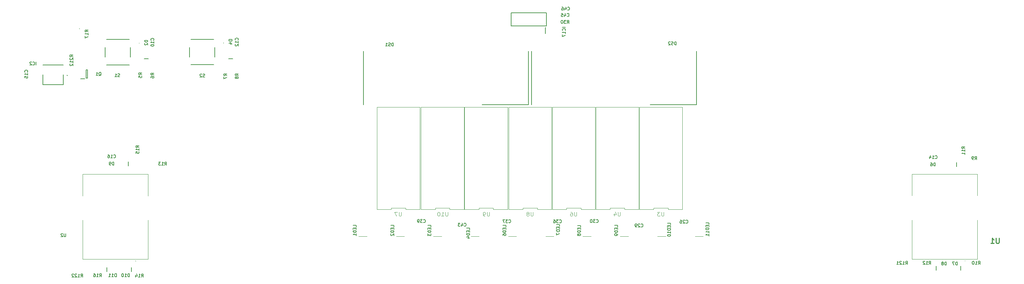
<source format=gbr>
%TF.GenerationSoftware,KiCad,Pcbnew,8.0.8*%
%TF.CreationDate,2025-05-17T22:16:50-04:00*%
%TF.ProjectId,control board,636f6e74-726f-46c2-9062-6f6172642e6b,rev?*%
%TF.SameCoordinates,Original*%
%TF.FileFunction,Legend,Bot*%
%TF.FilePolarity,Positive*%
%FSLAX46Y46*%
G04 Gerber Fmt 4.6, Leading zero omitted, Abs format (unit mm)*
G04 Created by KiCad (PCBNEW 8.0.8) date 2025-05-17 22:16:50*
%MOMM*%
%LPD*%
G01*
G04 APERTURE LIST*
%ADD10C,0.127000*%
%ADD11C,0.100000*%
%ADD12C,0.254000*%
%ADD13C,0.200000*%
%ADD14C,0.120000*%
G04 APERTURE END LIST*
D10*
X323586711Y-210570543D02*
X323223854Y-210316543D01*
X323586711Y-210135114D02*
X322824711Y-210135114D01*
X322824711Y-210135114D02*
X322824711Y-210425400D01*
X322824711Y-210425400D02*
X322860997Y-210497971D01*
X322860997Y-210497971D02*
X322897283Y-210534257D01*
X322897283Y-210534257D02*
X322969854Y-210570543D01*
X322969854Y-210570543D02*
X323078711Y-210570543D01*
X323078711Y-210570543D02*
X323151283Y-210534257D01*
X323151283Y-210534257D02*
X323187568Y-210497971D01*
X323187568Y-210497971D02*
X323223854Y-210425400D01*
X323223854Y-210425400D02*
X323223854Y-210135114D01*
X323586711Y-211296257D02*
X323586711Y-210860828D01*
X323586711Y-211078543D02*
X322824711Y-211078543D01*
X322824711Y-211078543D02*
X322933568Y-211005971D01*
X322933568Y-211005971D02*
X323006140Y-210933400D01*
X323006140Y-210933400D02*
X323042426Y-210860828D01*
X322824711Y-211550257D02*
X322824711Y-212058257D01*
X322824711Y-212058257D02*
X323586711Y-211731685D01*
X326234371Y-221322483D02*
X326306942Y-221286197D01*
X326306942Y-221286197D02*
X326379514Y-221213626D01*
X326379514Y-221213626D02*
X326488371Y-221104768D01*
X326488371Y-221104768D02*
X326560942Y-221068483D01*
X326560942Y-221068483D02*
X326633514Y-221068483D01*
X326597228Y-221249911D02*
X326669800Y-221213626D01*
X326669800Y-221213626D02*
X326742371Y-221141054D01*
X326742371Y-221141054D02*
X326778657Y-220995911D01*
X326778657Y-220995911D02*
X326778657Y-220741911D01*
X326778657Y-220741911D02*
X326742371Y-220596768D01*
X326742371Y-220596768D02*
X326669800Y-220524197D01*
X326669800Y-220524197D02*
X326597228Y-220487911D01*
X326597228Y-220487911D02*
X326452085Y-220487911D01*
X326452085Y-220487911D02*
X326379514Y-220524197D01*
X326379514Y-220524197D02*
X326306942Y-220596768D01*
X326306942Y-220596768D02*
X326270657Y-220741911D01*
X326270657Y-220741911D02*
X326270657Y-220995911D01*
X326270657Y-220995911D02*
X326306942Y-221141054D01*
X326306942Y-221141054D02*
X326379514Y-221213626D01*
X326379514Y-221213626D02*
X326452085Y-221249911D01*
X326452085Y-221249911D02*
X326597228Y-221249911D01*
X325544942Y-221249911D02*
X325980371Y-221249911D01*
X325762656Y-221249911D02*
X325762656Y-220487911D01*
X325762656Y-220487911D02*
X325835228Y-220596768D01*
X325835228Y-220596768D02*
X325907799Y-220669340D01*
X325907799Y-220669340D02*
X325980371Y-220705626D01*
X321807513Y-270627511D02*
X322061513Y-270264654D01*
X322242942Y-270627511D02*
X322242942Y-269865511D01*
X322242942Y-269865511D02*
X321952656Y-269865511D01*
X321952656Y-269865511D02*
X321880085Y-269901797D01*
X321880085Y-269901797D02*
X321843799Y-269938083D01*
X321843799Y-269938083D02*
X321807513Y-270010654D01*
X321807513Y-270010654D02*
X321807513Y-270119511D01*
X321807513Y-270119511D02*
X321843799Y-270192083D01*
X321843799Y-270192083D02*
X321880085Y-270228368D01*
X321880085Y-270228368D02*
X321952656Y-270264654D01*
X321952656Y-270264654D02*
X322242942Y-270264654D01*
X321081799Y-270627511D02*
X321517228Y-270627511D01*
X321299513Y-270627511D02*
X321299513Y-269865511D01*
X321299513Y-269865511D02*
X321372085Y-269974368D01*
X321372085Y-269974368D02*
X321444656Y-270046940D01*
X321444656Y-270046940D02*
X321517228Y-270083226D01*
X320791514Y-269938083D02*
X320755228Y-269901797D01*
X320755228Y-269901797D02*
X320682657Y-269865511D01*
X320682657Y-269865511D02*
X320501228Y-269865511D01*
X320501228Y-269865511D02*
X320428657Y-269901797D01*
X320428657Y-269901797D02*
X320392371Y-269938083D01*
X320392371Y-269938083D02*
X320356085Y-270010654D01*
X320356085Y-270010654D02*
X320356085Y-270083226D01*
X320356085Y-270083226D02*
X320392371Y-270192083D01*
X320392371Y-270192083D02*
X320827799Y-270627511D01*
X320827799Y-270627511D02*
X320356085Y-270627511D01*
X320065800Y-269938083D02*
X320029514Y-269901797D01*
X320029514Y-269901797D02*
X319956943Y-269865511D01*
X319956943Y-269865511D02*
X319775514Y-269865511D01*
X319775514Y-269865511D02*
X319702943Y-269901797D01*
X319702943Y-269901797D02*
X319666657Y-269938083D01*
X319666657Y-269938083D02*
X319630371Y-270010654D01*
X319630371Y-270010654D02*
X319630371Y-270083226D01*
X319630371Y-270083226D02*
X319666657Y-270192083D01*
X319666657Y-270192083D02*
X320102085Y-270627511D01*
X320102085Y-270627511D02*
X319630371Y-270627511D01*
X407559111Y-258354485D02*
X407559111Y-257991628D01*
X407559111Y-257991628D02*
X406797111Y-257991628D01*
X407159968Y-258608485D02*
X407159968Y-258862485D01*
X407559111Y-258971342D02*
X407559111Y-258608485D01*
X407559111Y-258608485D02*
X406797111Y-258608485D01*
X406797111Y-258608485D02*
X406797111Y-258971342D01*
X407559111Y-259297914D02*
X406797111Y-259297914D01*
X406797111Y-259297914D02*
X406797111Y-259479343D01*
X406797111Y-259479343D02*
X406833397Y-259588200D01*
X406833397Y-259588200D02*
X406905968Y-259660771D01*
X406905968Y-259660771D02*
X406978540Y-259697057D01*
X406978540Y-259697057D02*
X407123683Y-259733343D01*
X407123683Y-259733343D02*
X407232540Y-259733343D01*
X407232540Y-259733343D02*
X407377683Y-259697057D01*
X407377683Y-259697057D02*
X407450254Y-259660771D01*
X407450254Y-259660771D02*
X407522826Y-259588200D01*
X407522826Y-259588200D02*
X407559111Y-259479343D01*
X407559111Y-259479343D02*
X407559111Y-259297914D01*
X406797111Y-259987343D02*
X406797111Y-260459057D01*
X406797111Y-260459057D02*
X407087397Y-260205057D01*
X407087397Y-260205057D02*
X407087397Y-260313914D01*
X407087397Y-260313914D02*
X407123683Y-260386486D01*
X407123683Y-260386486D02*
X407159968Y-260422771D01*
X407159968Y-260422771D02*
X407232540Y-260459057D01*
X407232540Y-260459057D02*
X407413968Y-260459057D01*
X407413968Y-260459057D02*
X407486540Y-260422771D01*
X407486540Y-260422771D02*
X407522826Y-260386486D01*
X407522826Y-260386486D02*
X407559111Y-260313914D01*
X407559111Y-260313914D02*
X407559111Y-260096200D01*
X407559111Y-260096200D02*
X407522826Y-260023628D01*
X407522826Y-260023628D02*
X407486540Y-259987343D01*
X339715711Y-221143200D02*
X339352854Y-220889200D01*
X339715711Y-220707771D02*
X338953711Y-220707771D01*
X338953711Y-220707771D02*
X338953711Y-220998057D01*
X338953711Y-220998057D02*
X338989997Y-221070628D01*
X338989997Y-221070628D02*
X339026283Y-221106914D01*
X339026283Y-221106914D02*
X339098854Y-221143200D01*
X339098854Y-221143200D02*
X339207711Y-221143200D01*
X339207711Y-221143200D02*
X339280283Y-221106914D01*
X339280283Y-221106914D02*
X339316568Y-221070628D01*
X339316568Y-221070628D02*
X339352854Y-220998057D01*
X339352854Y-220998057D02*
X339352854Y-220707771D01*
X338953711Y-221796343D02*
X338953711Y-221651200D01*
X338953711Y-221651200D02*
X338989997Y-221578628D01*
X338989997Y-221578628D02*
X339026283Y-221542343D01*
X339026283Y-221542343D02*
X339135140Y-221469771D01*
X339135140Y-221469771D02*
X339280283Y-221433485D01*
X339280283Y-221433485D02*
X339570568Y-221433485D01*
X339570568Y-221433485D02*
X339643140Y-221469771D01*
X339643140Y-221469771D02*
X339679426Y-221506057D01*
X339679426Y-221506057D02*
X339715711Y-221578628D01*
X339715711Y-221578628D02*
X339715711Y-221723771D01*
X339715711Y-221723771D02*
X339679426Y-221796343D01*
X339679426Y-221796343D02*
X339643140Y-221832628D01*
X339643140Y-221832628D02*
X339570568Y-221868914D01*
X339570568Y-221868914D02*
X339389140Y-221868914D01*
X339389140Y-221868914D02*
X339316568Y-221832628D01*
X339316568Y-221832628D02*
X339280283Y-221796343D01*
X339280283Y-221796343D02*
X339243997Y-221723771D01*
X339243997Y-221723771D02*
X339243997Y-221578628D01*
X339243997Y-221578628D02*
X339280283Y-221506057D01*
X339280283Y-221506057D02*
X339316568Y-221469771D01*
X339316568Y-221469771D02*
X339389140Y-221433485D01*
X338217111Y-212630571D02*
X337455111Y-212630571D01*
X337455111Y-212630571D02*
X337455111Y-212812000D01*
X337455111Y-212812000D02*
X337491397Y-212920857D01*
X337491397Y-212920857D02*
X337563968Y-212993428D01*
X337563968Y-212993428D02*
X337636540Y-213029714D01*
X337636540Y-213029714D02*
X337781683Y-213066000D01*
X337781683Y-213066000D02*
X337890540Y-213066000D01*
X337890540Y-213066000D02*
X338035683Y-213029714D01*
X338035683Y-213029714D02*
X338108254Y-212993428D01*
X338108254Y-212993428D02*
X338180826Y-212920857D01*
X338180826Y-212920857D02*
X338217111Y-212812000D01*
X338217111Y-212812000D02*
X338217111Y-212630571D01*
X337527683Y-213356285D02*
X337491397Y-213392571D01*
X337491397Y-213392571D02*
X337455111Y-213465143D01*
X337455111Y-213465143D02*
X337455111Y-213646571D01*
X337455111Y-213646571D02*
X337491397Y-213719143D01*
X337491397Y-213719143D02*
X337527683Y-213755428D01*
X337527683Y-213755428D02*
X337600254Y-213791714D01*
X337600254Y-213791714D02*
X337672826Y-213791714D01*
X337672826Y-213791714D02*
X337781683Y-213755428D01*
X337781683Y-213755428D02*
X338217111Y-213320000D01*
X338217111Y-213320000D02*
X338217111Y-213791714D01*
D11*
X432536904Y-254702219D02*
X432536904Y-255511742D01*
X432536904Y-255511742D02*
X432489285Y-255606980D01*
X432489285Y-255606980D02*
X432441666Y-255654600D01*
X432441666Y-255654600D02*
X432346428Y-255702219D01*
X432346428Y-255702219D02*
X432155952Y-255702219D01*
X432155952Y-255702219D02*
X432060714Y-255654600D01*
X432060714Y-255654600D02*
X432013095Y-255606980D01*
X432013095Y-255606980D02*
X431965476Y-255511742D01*
X431965476Y-255511742D02*
X431965476Y-254702219D01*
X431346428Y-255130790D02*
X431441666Y-255083171D01*
X431441666Y-255083171D02*
X431489285Y-255035552D01*
X431489285Y-255035552D02*
X431536904Y-254940314D01*
X431536904Y-254940314D02*
X431536904Y-254892695D01*
X431536904Y-254892695D02*
X431489285Y-254797457D01*
X431489285Y-254797457D02*
X431441666Y-254749838D01*
X431441666Y-254749838D02*
X431346428Y-254702219D01*
X431346428Y-254702219D02*
X431155952Y-254702219D01*
X431155952Y-254702219D02*
X431060714Y-254749838D01*
X431060714Y-254749838D02*
X431013095Y-254797457D01*
X431013095Y-254797457D02*
X430965476Y-254892695D01*
X430965476Y-254892695D02*
X430965476Y-254940314D01*
X430965476Y-254940314D02*
X431013095Y-255035552D01*
X431013095Y-255035552D02*
X431060714Y-255083171D01*
X431060714Y-255083171D02*
X431155952Y-255130790D01*
X431155952Y-255130790D02*
X431346428Y-255130790D01*
X431346428Y-255130790D02*
X431441666Y-255178409D01*
X431441666Y-255178409D02*
X431489285Y-255226028D01*
X431489285Y-255226028D02*
X431536904Y-255321266D01*
X431536904Y-255321266D02*
X431536904Y-255511742D01*
X431536904Y-255511742D02*
X431489285Y-255606980D01*
X431489285Y-255606980D02*
X431441666Y-255654600D01*
X431441666Y-255654600D02*
X431346428Y-255702219D01*
X431346428Y-255702219D02*
X431155952Y-255702219D01*
X431155952Y-255702219D02*
X431060714Y-255654600D01*
X431060714Y-255654600D02*
X431013095Y-255606980D01*
X431013095Y-255606980D02*
X430965476Y-255511742D01*
X430965476Y-255511742D02*
X430965476Y-255321266D01*
X430965476Y-255321266D02*
X431013095Y-255226028D01*
X431013095Y-255226028D02*
X431060714Y-255178409D01*
X431060714Y-255178409D02*
X431155952Y-255130790D01*
D10*
X426600656Y-257270740D02*
X426636942Y-257307026D01*
X426636942Y-257307026D02*
X426745799Y-257343311D01*
X426745799Y-257343311D02*
X426818371Y-257343311D01*
X426818371Y-257343311D02*
X426927228Y-257307026D01*
X426927228Y-257307026D02*
X426999799Y-257234454D01*
X426999799Y-257234454D02*
X427036085Y-257161883D01*
X427036085Y-257161883D02*
X427072371Y-257016740D01*
X427072371Y-257016740D02*
X427072371Y-256907883D01*
X427072371Y-256907883D02*
X427036085Y-256762740D01*
X427036085Y-256762740D02*
X426999799Y-256690168D01*
X426999799Y-256690168D02*
X426927228Y-256617597D01*
X426927228Y-256617597D02*
X426818371Y-256581311D01*
X426818371Y-256581311D02*
X426745799Y-256581311D01*
X426745799Y-256581311D02*
X426636942Y-256617597D01*
X426636942Y-256617597D02*
X426600656Y-256653883D01*
X426346656Y-256581311D02*
X425874942Y-256581311D01*
X425874942Y-256581311D02*
X426128942Y-256871597D01*
X426128942Y-256871597D02*
X426020085Y-256871597D01*
X426020085Y-256871597D02*
X425947514Y-256907883D01*
X425947514Y-256907883D02*
X425911228Y-256944168D01*
X425911228Y-256944168D02*
X425874942Y-257016740D01*
X425874942Y-257016740D02*
X425874942Y-257198168D01*
X425874942Y-257198168D02*
X425911228Y-257270740D01*
X425911228Y-257270740D02*
X425947514Y-257307026D01*
X425947514Y-257307026D02*
X426020085Y-257343311D01*
X426020085Y-257343311D02*
X426237799Y-257343311D01*
X426237799Y-257343311D02*
X426310371Y-257307026D01*
X426310371Y-257307026D02*
X426346656Y-257270740D01*
X425620942Y-256581311D02*
X425112942Y-256581311D01*
X425112942Y-256581311D02*
X425439514Y-257343311D01*
X467549085Y-213731511D02*
X467549085Y-212969511D01*
X467549085Y-212969511D02*
X467367656Y-212969511D01*
X467367656Y-212969511D02*
X467258799Y-213005797D01*
X467258799Y-213005797D02*
X467186228Y-213078368D01*
X467186228Y-213078368D02*
X467149942Y-213150940D01*
X467149942Y-213150940D02*
X467113656Y-213296083D01*
X467113656Y-213296083D02*
X467113656Y-213404940D01*
X467113656Y-213404940D02*
X467149942Y-213550083D01*
X467149942Y-213550083D02*
X467186228Y-213622654D01*
X467186228Y-213622654D02*
X467258799Y-213695226D01*
X467258799Y-213695226D02*
X467367656Y-213731511D01*
X467367656Y-213731511D02*
X467549085Y-213731511D01*
X466823371Y-213695226D02*
X466714514Y-213731511D01*
X466714514Y-213731511D02*
X466533085Y-213731511D01*
X466533085Y-213731511D02*
X466460514Y-213695226D01*
X466460514Y-213695226D02*
X466424228Y-213658940D01*
X466424228Y-213658940D02*
X466387942Y-213586368D01*
X466387942Y-213586368D02*
X466387942Y-213513797D01*
X466387942Y-213513797D02*
X466424228Y-213441226D01*
X466424228Y-213441226D02*
X466460514Y-213404940D01*
X466460514Y-213404940D02*
X466533085Y-213368654D01*
X466533085Y-213368654D02*
X466678228Y-213332368D01*
X466678228Y-213332368D02*
X466750799Y-213296083D01*
X466750799Y-213296083D02*
X466787085Y-213259797D01*
X466787085Y-213259797D02*
X466823371Y-213187226D01*
X466823371Y-213187226D02*
X466823371Y-213114654D01*
X466823371Y-213114654D02*
X466787085Y-213042083D01*
X466787085Y-213042083D02*
X466750799Y-213005797D01*
X466750799Y-213005797D02*
X466678228Y-212969511D01*
X466678228Y-212969511D02*
X466496799Y-212969511D01*
X466496799Y-212969511D02*
X466387942Y-213005797D01*
X466097657Y-213042083D02*
X466061371Y-213005797D01*
X466061371Y-213005797D02*
X465988800Y-212969511D01*
X465988800Y-212969511D02*
X465807371Y-212969511D01*
X465807371Y-212969511D02*
X465734800Y-213005797D01*
X465734800Y-213005797D02*
X465698514Y-213042083D01*
X465698514Y-213042083D02*
X465662228Y-213114654D01*
X465662228Y-213114654D02*
X465662228Y-213187226D01*
X465662228Y-213187226D02*
X465698514Y-213296083D01*
X465698514Y-213296083D02*
X466133942Y-213731511D01*
X466133942Y-213731511D02*
X465662228Y-213731511D01*
X398308685Y-214036311D02*
X398308685Y-213274311D01*
X398308685Y-213274311D02*
X398127256Y-213274311D01*
X398127256Y-213274311D02*
X398018399Y-213310597D01*
X398018399Y-213310597D02*
X397945828Y-213383168D01*
X397945828Y-213383168D02*
X397909542Y-213455740D01*
X397909542Y-213455740D02*
X397873256Y-213600883D01*
X397873256Y-213600883D02*
X397873256Y-213709740D01*
X397873256Y-213709740D02*
X397909542Y-213854883D01*
X397909542Y-213854883D02*
X397945828Y-213927454D01*
X397945828Y-213927454D02*
X398018399Y-214000026D01*
X398018399Y-214000026D02*
X398127256Y-214036311D01*
X398127256Y-214036311D02*
X398308685Y-214036311D01*
X397582971Y-214000026D02*
X397474114Y-214036311D01*
X397474114Y-214036311D02*
X397292685Y-214036311D01*
X397292685Y-214036311D02*
X397220114Y-214000026D01*
X397220114Y-214000026D02*
X397183828Y-213963740D01*
X397183828Y-213963740D02*
X397147542Y-213891168D01*
X397147542Y-213891168D02*
X397147542Y-213818597D01*
X397147542Y-213818597D02*
X397183828Y-213746026D01*
X397183828Y-213746026D02*
X397220114Y-213709740D01*
X397220114Y-213709740D02*
X397292685Y-213673454D01*
X397292685Y-213673454D02*
X397437828Y-213637168D01*
X397437828Y-213637168D02*
X397510399Y-213600883D01*
X397510399Y-213600883D02*
X397546685Y-213564597D01*
X397546685Y-213564597D02*
X397582971Y-213492026D01*
X397582971Y-213492026D02*
X397582971Y-213419454D01*
X397582971Y-213419454D02*
X397546685Y-213346883D01*
X397546685Y-213346883D02*
X397510399Y-213310597D01*
X397510399Y-213310597D02*
X397437828Y-213274311D01*
X397437828Y-213274311D02*
X397256399Y-213274311D01*
X397256399Y-213274311D02*
X397147542Y-213310597D01*
X396421828Y-214036311D02*
X396857257Y-214036311D01*
X396639542Y-214036311D02*
X396639542Y-213274311D01*
X396639542Y-213274311D02*
X396712114Y-213383168D01*
X396712114Y-213383168D02*
X396784685Y-213455740D01*
X396784685Y-213455740D02*
X396857257Y-213492026D01*
X318140371Y-259994711D02*
X318140371Y-260611568D01*
X318140371Y-260611568D02*
X318104085Y-260684140D01*
X318104085Y-260684140D02*
X318067800Y-260720426D01*
X318067800Y-260720426D02*
X317995228Y-260756711D01*
X317995228Y-260756711D02*
X317850085Y-260756711D01*
X317850085Y-260756711D02*
X317777514Y-260720426D01*
X317777514Y-260720426D02*
X317741228Y-260684140D01*
X317741228Y-260684140D02*
X317704942Y-260611568D01*
X317704942Y-260611568D02*
X317704942Y-259994711D01*
X317378371Y-260067283D02*
X317342085Y-260030997D01*
X317342085Y-260030997D02*
X317269514Y-259994711D01*
X317269514Y-259994711D02*
X317088085Y-259994711D01*
X317088085Y-259994711D02*
X317015514Y-260030997D01*
X317015514Y-260030997D02*
X316979228Y-260067283D01*
X316979228Y-260067283D02*
X316942942Y-260139854D01*
X316942942Y-260139854D02*
X316942942Y-260212426D01*
X316942942Y-260212426D02*
X316979228Y-260321283D01*
X316979228Y-260321283D02*
X317414656Y-260756711D01*
X317414656Y-260756711D02*
X316942942Y-260756711D01*
X336743911Y-221067000D02*
X336381054Y-220813000D01*
X336743911Y-220631571D02*
X335981911Y-220631571D01*
X335981911Y-220631571D02*
X335981911Y-220921857D01*
X335981911Y-220921857D02*
X336018197Y-220994428D01*
X336018197Y-220994428D02*
X336054483Y-221030714D01*
X336054483Y-221030714D02*
X336127054Y-221067000D01*
X336127054Y-221067000D02*
X336235911Y-221067000D01*
X336235911Y-221067000D02*
X336308483Y-221030714D01*
X336308483Y-221030714D02*
X336344768Y-220994428D01*
X336344768Y-220994428D02*
X336381054Y-220921857D01*
X336381054Y-220921857D02*
X336381054Y-220631571D01*
X335981911Y-221756428D02*
X335981911Y-221393571D01*
X335981911Y-221393571D02*
X336344768Y-221357285D01*
X336344768Y-221357285D02*
X336308483Y-221393571D01*
X336308483Y-221393571D02*
X336272197Y-221466143D01*
X336272197Y-221466143D02*
X336272197Y-221647571D01*
X336272197Y-221647571D02*
X336308483Y-221720143D01*
X336308483Y-221720143D02*
X336344768Y-221756428D01*
X336344768Y-221756428D02*
X336417340Y-221792714D01*
X336417340Y-221792714D02*
X336598768Y-221792714D01*
X336598768Y-221792714D02*
X336671340Y-221756428D01*
X336671340Y-221756428D02*
X336707626Y-221720143D01*
X336707626Y-221720143D02*
X336743911Y-221647571D01*
X336743911Y-221647571D02*
X336743911Y-221466143D01*
X336743911Y-221466143D02*
X336707626Y-221393571D01*
X336707626Y-221393571D02*
X336671340Y-221357285D01*
X360391311Y-221270200D02*
X360028454Y-221016200D01*
X360391311Y-220834771D02*
X359629311Y-220834771D01*
X359629311Y-220834771D02*
X359629311Y-221125057D01*
X359629311Y-221125057D02*
X359665597Y-221197628D01*
X359665597Y-221197628D02*
X359701883Y-221233914D01*
X359701883Y-221233914D02*
X359774454Y-221270200D01*
X359774454Y-221270200D02*
X359883311Y-221270200D01*
X359883311Y-221270200D02*
X359955883Y-221233914D01*
X359955883Y-221233914D02*
X359992168Y-221197628D01*
X359992168Y-221197628D02*
X360028454Y-221125057D01*
X360028454Y-221125057D02*
X360028454Y-220834771D01*
X359955883Y-221705628D02*
X359919597Y-221633057D01*
X359919597Y-221633057D02*
X359883311Y-221596771D01*
X359883311Y-221596771D02*
X359810740Y-221560485D01*
X359810740Y-221560485D02*
X359774454Y-221560485D01*
X359774454Y-221560485D02*
X359701883Y-221596771D01*
X359701883Y-221596771D02*
X359665597Y-221633057D01*
X359665597Y-221633057D02*
X359629311Y-221705628D01*
X359629311Y-221705628D02*
X359629311Y-221850771D01*
X359629311Y-221850771D02*
X359665597Y-221923343D01*
X359665597Y-221923343D02*
X359701883Y-221959628D01*
X359701883Y-221959628D02*
X359774454Y-221995914D01*
X359774454Y-221995914D02*
X359810740Y-221995914D01*
X359810740Y-221995914D02*
X359883311Y-221959628D01*
X359883311Y-221959628D02*
X359919597Y-221923343D01*
X359919597Y-221923343D02*
X359955883Y-221850771D01*
X359955883Y-221850771D02*
X359955883Y-221705628D01*
X359955883Y-221705628D02*
X359992168Y-221633057D01*
X359992168Y-221633057D02*
X360028454Y-221596771D01*
X360028454Y-221596771D02*
X360101026Y-221560485D01*
X360101026Y-221560485D02*
X360246168Y-221560485D01*
X360246168Y-221560485D02*
X360318740Y-221596771D01*
X360318740Y-221596771D02*
X360355026Y-221633057D01*
X360355026Y-221633057D02*
X360391311Y-221705628D01*
X360391311Y-221705628D02*
X360391311Y-221850771D01*
X360391311Y-221850771D02*
X360355026Y-221923343D01*
X360355026Y-221923343D02*
X360318740Y-221959628D01*
X360318740Y-221959628D02*
X360246168Y-221995914D01*
X360246168Y-221995914D02*
X360101026Y-221995914D01*
X360101026Y-221995914D02*
X360028454Y-221959628D01*
X360028454Y-221959628D02*
X359992168Y-221923343D01*
X359992168Y-221923343D02*
X359955883Y-221850771D01*
X469958456Y-257372340D02*
X469994742Y-257408626D01*
X469994742Y-257408626D02*
X470103599Y-257444911D01*
X470103599Y-257444911D02*
X470176171Y-257444911D01*
X470176171Y-257444911D02*
X470285028Y-257408626D01*
X470285028Y-257408626D02*
X470357599Y-257336054D01*
X470357599Y-257336054D02*
X470393885Y-257263483D01*
X470393885Y-257263483D02*
X470430171Y-257118340D01*
X470430171Y-257118340D02*
X470430171Y-257009483D01*
X470430171Y-257009483D02*
X470393885Y-256864340D01*
X470393885Y-256864340D02*
X470357599Y-256791768D01*
X470357599Y-256791768D02*
X470285028Y-256719197D01*
X470285028Y-256719197D02*
X470176171Y-256682911D01*
X470176171Y-256682911D02*
X470103599Y-256682911D01*
X470103599Y-256682911D02*
X469994742Y-256719197D01*
X469994742Y-256719197D02*
X469958456Y-256755483D01*
X469668171Y-256755483D02*
X469631885Y-256719197D01*
X469631885Y-256719197D02*
X469559314Y-256682911D01*
X469559314Y-256682911D02*
X469377885Y-256682911D01*
X469377885Y-256682911D02*
X469305314Y-256719197D01*
X469305314Y-256719197D02*
X469269028Y-256755483D01*
X469269028Y-256755483D02*
X469232742Y-256828054D01*
X469232742Y-256828054D02*
X469232742Y-256900626D01*
X469232742Y-256900626D02*
X469269028Y-257009483D01*
X469269028Y-257009483D02*
X469704456Y-257444911D01*
X469704456Y-257444911D02*
X469232742Y-257444911D01*
X468579600Y-256682911D02*
X468724742Y-256682911D01*
X468724742Y-256682911D02*
X468797314Y-256719197D01*
X468797314Y-256719197D02*
X468833600Y-256755483D01*
X468833600Y-256755483D02*
X468906171Y-256864340D01*
X468906171Y-256864340D02*
X468942457Y-257009483D01*
X468942457Y-257009483D02*
X468942457Y-257299768D01*
X468942457Y-257299768D02*
X468906171Y-257372340D01*
X468906171Y-257372340D02*
X468869885Y-257408626D01*
X468869885Y-257408626D02*
X468797314Y-257444911D01*
X468797314Y-257444911D02*
X468652171Y-257444911D01*
X468652171Y-257444911D02*
X468579600Y-257408626D01*
X468579600Y-257408626D02*
X468543314Y-257372340D01*
X468543314Y-257372340D02*
X468507028Y-257299768D01*
X468507028Y-257299768D02*
X468507028Y-257118340D01*
X468507028Y-257118340D02*
X468543314Y-257045768D01*
X468543314Y-257045768D02*
X468579600Y-257009483D01*
X468579600Y-257009483D02*
X468652171Y-256973197D01*
X468652171Y-256973197D02*
X468797314Y-256973197D01*
X468797314Y-256973197D02*
X468869885Y-257009483D01*
X468869885Y-257009483D02*
X468906171Y-257045768D01*
X468906171Y-257045768D02*
X468942457Y-257118340D01*
D12*
X546610819Y-261115018D02*
X546610819Y-262143113D01*
X546610819Y-262143113D02*
X546550342Y-262264065D01*
X546550342Y-262264065D02*
X546489866Y-262324542D01*
X546489866Y-262324542D02*
X546368914Y-262385018D01*
X546368914Y-262385018D02*
X546127009Y-262385018D01*
X546127009Y-262385018D02*
X546006057Y-262324542D01*
X546006057Y-262324542D02*
X545945580Y-262264065D01*
X545945580Y-262264065D02*
X545885104Y-262143113D01*
X545885104Y-262143113D02*
X545885104Y-261115018D01*
X544615104Y-262385018D02*
X545340819Y-262385018D01*
X544977962Y-262385018D02*
X544977962Y-261115018D01*
X544977962Y-261115018D02*
X545098914Y-261296446D01*
X545098914Y-261296446D02*
X545219866Y-261417399D01*
X545219866Y-261417399D02*
X545340819Y-261477875D01*
D10*
X536401228Y-267731911D02*
X536401228Y-266969911D01*
X536401228Y-266969911D02*
X536219799Y-266969911D01*
X536219799Y-266969911D02*
X536110942Y-267006197D01*
X536110942Y-267006197D02*
X536038371Y-267078768D01*
X536038371Y-267078768D02*
X536002085Y-267151340D01*
X536002085Y-267151340D02*
X535965799Y-267296483D01*
X535965799Y-267296483D02*
X535965799Y-267405340D01*
X535965799Y-267405340D02*
X536002085Y-267550483D01*
X536002085Y-267550483D02*
X536038371Y-267623054D01*
X536038371Y-267623054D02*
X536110942Y-267695626D01*
X536110942Y-267695626D02*
X536219799Y-267731911D01*
X536219799Y-267731911D02*
X536401228Y-267731911D01*
X535711799Y-266969911D02*
X535203799Y-266969911D01*
X535203799Y-266969911D02*
X535530371Y-267731911D01*
X440477511Y-209434086D02*
X439715511Y-209434086D01*
X440404940Y-210232372D02*
X440441226Y-210196086D01*
X440441226Y-210196086D02*
X440477511Y-210087229D01*
X440477511Y-210087229D02*
X440477511Y-210014657D01*
X440477511Y-210014657D02*
X440441226Y-209905800D01*
X440441226Y-209905800D02*
X440368654Y-209833229D01*
X440368654Y-209833229D02*
X440296083Y-209796943D01*
X440296083Y-209796943D02*
X440150940Y-209760657D01*
X440150940Y-209760657D02*
X440042083Y-209760657D01*
X440042083Y-209760657D02*
X439896940Y-209796943D01*
X439896940Y-209796943D02*
X439824368Y-209833229D01*
X439824368Y-209833229D02*
X439751797Y-209905800D01*
X439751797Y-209905800D02*
X439715511Y-210014657D01*
X439715511Y-210014657D02*
X439715511Y-210087229D01*
X439715511Y-210087229D02*
X439751797Y-210196086D01*
X439751797Y-210196086D02*
X439788083Y-210232372D01*
X440477511Y-210958086D02*
X440477511Y-210522657D01*
X440477511Y-210740372D02*
X439715511Y-210740372D01*
X439715511Y-210740372D02*
X439824368Y-210667800D01*
X439824368Y-210667800D02*
X439896940Y-210595229D01*
X439896940Y-210595229D02*
X439933226Y-210522657D01*
X439715511Y-211212086D02*
X439715511Y-211720086D01*
X439715511Y-211720086D02*
X440477511Y-211393514D01*
D11*
X443204904Y-254702219D02*
X443204904Y-255511742D01*
X443204904Y-255511742D02*
X443157285Y-255606980D01*
X443157285Y-255606980D02*
X443109666Y-255654600D01*
X443109666Y-255654600D02*
X443014428Y-255702219D01*
X443014428Y-255702219D02*
X442823952Y-255702219D01*
X442823952Y-255702219D02*
X442728714Y-255654600D01*
X442728714Y-255654600D02*
X442681095Y-255606980D01*
X442681095Y-255606980D02*
X442633476Y-255511742D01*
X442633476Y-255511742D02*
X442633476Y-254702219D01*
X441728714Y-254702219D02*
X441919190Y-254702219D01*
X441919190Y-254702219D02*
X442014428Y-254749838D01*
X442014428Y-254749838D02*
X442062047Y-254797457D01*
X442062047Y-254797457D02*
X442157285Y-254940314D01*
X442157285Y-254940314D02*
X442204904Y-255130790D01*
X442204904Y-255130790D02*
X442204904Y-255511742D01*
X442204904Y-255511742D02*
X442157285Y-255606980D01*
X442157285Y-255606980D02*
X442109666Y-255654600D01*
X442109666Y-255654600D02*
X442014428Y-255702219D01*
X442014428Y-255702219D02*
X441823952Y-255702219D01*
X441823952Y-255702219D02*
X441728714Y-255654600D01*
X441728714Y-255654600D02*
X441681095Y-255606980D01*
X441681095Y-255606980D02*
X441633476Y-255511742D01*
X441633476Y-255511742D02*
X441633476Y-255273647D01*
X441633476Y-255273647D02*
X441681095Y-255178409D01*
X441681095Y-255178409D02*
X441728714Y-255130790D01*
X441728714Y-255130790D02*
X441823952Y-255083171D01*
X441823952Y-255083171D02*
X442014428Y-255083171D01*
X442014428Y-255083171D02*
X442109666Y-255130790D01*
X442109666Y-255130790D02*
X442157285Y-255178409D01*
X442157285Y-255178409D02*
X442204904Y-255273647D01*
X421868904Y-254702219D02*
X421868904Y-255511742D01*
X421868904Y-255511742D02*
X421821285Y-255606980D01*
X421821285Y-255606980D02*
X421773666Y-255654600D01*
X421773666Y-255654600D02*
X421678428Y-255702219D01*
X421678428Y-255702219D02*
X421487952Y-255702219D01*
X421487952Y-255702219D02*
X421392714Y-255654600D01*
X421392714Y-255654600D02*
X421345095Y-255606980D01*
X421345095Y-255606980D02*
X421297476Y-255511742D01*
X421297476Y-255511742D02*
X421297476Y-254702219D01*
X420773666Y-255702219D02*
X420583190Y-255702219D01*
X420583190Y-255702219D02*
X420487952Y-255654600D01*
X420487952Y-255654600D02*
X420440333Y-255606980D01*
X420440333Y-255606980D02*
X420345095Y-255464123D01*
X420345095Y-255464123D02*
X420297476Y-255273647D01*
X420297476Y-255273647D02*
X420297476Y-254892695D01*
X420297476Y-254892695D02*
X420345095Y-254797457D01*
X420345095Y-254797457D02*
X420392714Y-254749838D01*
X420392714Y-254749838D02*
X420487952Y-254702219D01*
X420487952Y-254702219D02*
X420678428Y-254702219D01*
X420678428Y-254702219D02*
X420773666Y-254749838D01*
X420773666Y-254749838D02*
X420821285Y-254797457D01*
X420821285Y-254797457D02*
X420868904Y-254892695D01*
X420868904Y-254892695D02*
X420868904Y-255130790D01*
X420868904Y-255130790D02*
X420821285Y-255226028D01*
X420821285Y-255226028D02*
X420773666Y-255273647D01*
X420773666Y-255273647D02*
X420678428Y-255321266D01*
X420678428Y-255321266D02*
X420487952Y-255321266D01*
X420487952Y-255321266D02*
X420392714Y-255273647D01*
X420392714Y-255273647D02*
X420345095Y-255226028D01*
X420345095Y-255226028D02*
X420297476Y-255130790D01*
D10*
X339643140Y-212626943D02*
X339679426Y-212590657D01*
X339679426Y-212590657D02*
X339715711Y-212481800D01*
X339715711Y-212481800D02*
X339715711Y-212409228D01*
X339715711Y-212409228D02*
X339679426Y-212300371D01*
X339679426Y-212300371D02*
X339606854Y-212227800D01*
X339606854Y-212227800D02*
X339534283Y-212191514D01*
X339534283Y-212191514D02*
X339389140Y-212155228D01*
X339389140Y-212155228D02*
X339280283Y-212155228D01*
X339280283Y-212155228D02*
X339135140Y-212191514D01*
X339135140Y-212191514D02*
X339062568Y-212227800D01*
X339062568Y-212227800D02*
X338989997Y-212300371D01*
X338989997Y-212300371D02*
X338953711Y-212409228D01*
X338953711Y-212409228D02*
X338953711Y-212481800D01*
X338953711Y-212481800D02*
X338989997Y-212590657D01*
X338989997Y-212590657D02*
X339026283Y-212626943D01*
X339715711Y-213352657D02*
X339715711Y-212917228D01*
X339715711Y-213134943D02*
X338953711Y-213134943D01*
X338953711Y-213134943D02*
X339062568Y-213062371D01*
X339062568Y-213062371D02*
X339135140Y-212989800D01*
X339135140Y-212989800D02*
X339171426Y-212917228D01*
X338953711Y-213824371D02*
X338953711Y-213896942D01*
X338953711Y-213896942D02*
X338989997Y-213969514D01*
X338989997Y-213969514D02*
X339026283Y-214005800D01*
X339026283Y-214005800D02*
X339098854Y-214042085D01*
X339098854Y-214042085D02*
X339243997Y-214078371D01*
X339243997Y-214078371D02*
X339425426Y-214078371D01*
X339425426Y-214078371D02*
X339570568Y-214042085D01*
X339570568Y-214042085D02*
X339643140Y-214005800D01*
X339643140Y-214005800D02*
X339679426Y-213969514D01*
X339679426Y-213969514D02*
X339715711Y-213896942D01*
X339715711Y-213896942D02*
X339715711Y-213824371D01*
X339715711Y-213824371D02*
X339679426Y-213751800D01*
X339679426Y-213751800D02*
X339643140Y-213715514D01*
X339643140Y-213715514D02*
X339570568Y-213679228D01*
X339570568Y-213679228D02*
X339425426Y-213642942D01*
X339425426Y-213642942D02*
X339243997Y-213642942D01*
X339243997Y-213642942D02*
X339098854Y-213679228D01*
X339098854Y-213679228D02*
X339026283Y-213715514D01*
X339026283Y-213715514D02*
X338989997Y-213751800D01*
X338989997Y-213751800D02*
X338953711Y-213824371D01*
X444147811Y-258367185D02*
X444147811Y-258004328D01*
X444147811Y-258004328D02*
X443385811Y-258004328D01*
X443748668Y-258621185D02*
X443748668Y-258875185D01*
X444147811Y-258984042D02*
X444147811Y-258621185D01*
X444147811Y-258621185D02*
X443385811Y-258621185D01*
X443385811Y-258621185D02*
X443385811Y-258984042D01*
X444147811Y-259310614D02*
X443385811Y-259310614D01*
X443385811Y-259310614D02*
X443385811Y-259492043D01*
X443385811Y-259492043D02*
X443422097Y-259600900D01*
X443422097Y-259600900D02*
X443494668Y-259673471D01*
X443494668Y-259673471D02*
X443567240Y-259709757D01*
X443567240Y-259709757D02*
X443712383Y-259746043D01*
X443712383Y-259746043D02*
X443821240Y-259746043D01*
X443821240Y-259746043D02*
X443966383Y-259709757D01*
X443966383Y-259709757D02*
X444038954Y-259673471D01*
X444038954Y-259673471D02*
X444111526Y-259600900D01*
X444111526Y-259600900D02*
X444147811Y-259492043D01*
X444147811Y-259492043D02*
X444147811Y-259310614D01*
X443712383Y-260181471D02*
X443676097Y-260108900D01*
X443676097Y-260108900D02*
X443639811Y-260072614D01*
X443639811Y-260072614D02*
X443567240Y-260036328D01*
X443567240Y-260036328D02*
X443530954Y-260036328D01*
X443530954Y-260036328D02*
X443458383Y-260072614D01*
X443458383Y-260072614D02*
X443422097Y-260108900D01*
X443422097Y-260108900D02*
X443385811Y-260181471D01*
X443385811Y-260181471D02*
X443385811Y-260326614D01*
X443385811Y-260326614D02*
X443422097Y-260399186D01*
X443422097Y-260399186D02*
X443458383Y-260435471D01*
X443458383Y-260435471D02*
X443530954Y-260471757D01*
X443530954Y-260471757D02*
X443567240Y-260471757D01*
X443567240Y-260471757D02*
X443639811Y-260435471D01*
X443639811Y-260435471D02*
X443676097Y-260399186D01*
X443676097Y-260399186D02*
X443712383Y-260326614D01*
X443712383Y-260326614D02*
X443712383Y-260181471D01*
X443712383Y-260181471D02*
X443748668Y-260108900D01*
X443748668Y-260108900D02*
X443784954Y-260072614D01*
X443784954Y-260072614D02*
X443857526Y-260036328D01*
X443857526Y-260036328D02*
X444002668Y-260036328D01*
X444002668Y-260036328D02*
X444075240Y-260072614D01*
X444075240Y-260072614D02*
X444111526Y-260108900D01*
X444111526Y-260108900D02*
X444147811Y-260181471D01*
X444147811Y-260181471D02*
X444147811Y-260326614D01*
X444147811Y-260326614D02*
X444111526Y-260399186D01*
X444111526Y-260399186D02*
X444075240Y-260435471D01*
X444075240Y-260435471D02*
X444002668Y-260471757D01*
X444002668Y-260471757D02*
X443857526Y-260471757D01*
X443857526Y-260471757D02*
X443784954Y-260435471D01*
X443784954Y-260435471D02*
X443748668Y-260399186D01*
X443748668Y-260399186D02*
X443712383Y-260326614D01*
X319878311Y-216673086D02*
X319515454Y-216419086D01*
X319878311Y-216237657D02*
X319116311Y-216237657D01*
X319116311Y-216237657D02*
X319116311Y-216527943D01*
X319116311Y-216527943D02*
X319152597Y-216600514D01*
X319152597Y-216600514D02*
X319188883Y-216636800D01*
X319188883Y-216636800D02*
X319261454Y-216673086D01*
X319261454Y-216673086D02*
X319370311Y-216673086D01*
X319370311Y-216673086D02*
X319442883Y-216636800D01*
X319442883Y-216636800D02*
X319479168Y-216600514D01*
X319479168Y-216600514D02*
X319515454Y-216527943D01*
X319515454Y-216527943D02*
X319515454Y-216237657D01*
X319188883Y-216963371D02*
X319152597Y-216999657D01*
X319152597Y-216999657D02*
X319116311Y-217072229D01*
X319116311Y-217072229D02*
X319116311Y-217253657D01*
X319116311Y-217253657D02*
X319152597Y-217326229D01*
X319152597Y-217326229D02*
X319188883Y-217362514D01*
X319188883Y-217362514D02*
X319261454Y-217398800D01*
X319261454Y-217398800D02*
X319334026Y-217398800D01*
X319334026Y-217398800D02*
X319442883Y-217362514D01*
X319442883Y-217362514D02*
X319878311Y-216927086D01*
X319878311Y-216927086D02*
X319878311Y-217398800D01*
X319878311Y-218124514D02*
X319878311Y-217689085D01*
X319878311Y-217906800D02*
X319116311Y-217906800D01*
X319116311Y-217906800D02*
X319225168Y-217834228D01*
X319225168Y-217834228D02*
X319297740Y-217761657D01*
X319297740Y-217761657D02*
X319334026Y-217689085D01*
X319188883Y-218414799D02*
X319152597Y-218451085D01*
X319152597Y-218451085D02*
X319116311Y-218523657D01*
X319116311Y-218523657D02*
X319116311Y-218705085D01*
X319116311Y-218705085D02*
X319152597Y-218777657D01*
X319152597Y-218777657D02*
X319188883Y-218813942D01*
X319188883Y-218813942D02*
X319261454Y-218850228D01*
X319261454Y-218850228D02*
X319334026Y-218850228D01*
X319334026Y-218850228D02*
X319442883Y-218813942D01*
X319442883Y-218813942D02*
X319878311Y-218378514D01*
X319878311Y-218378514D02*
X319878311Y-218850228D01*
X336633856Y-270627511D02*
X336887856Y-270264654D01*
X337069285Y-270627511D02*
X337069285Y-269865511D01*
X337069285Y-269865511D02*
X336778999Y-269865511D01*
X336778999Y-269865511D02*
X336706428Y-269901797D01*
X336706428Y-269901797D02*
X336670142Y-269938083D01*
X336670142Y-269938083D02*
X336633856Y-270010654D01*
X336633856Y-270010654D02*
X336633856Y-270119511D01*
X336633856Y-270119511D02*
X336670142Y-270192083D01*
X336670142Y-270192083D02*
X336706428Y-270228368D01*
X336706428Y-270228368D02*
X336778999Y-270264654D01*
X336778999Y-270264654D02*
X337069285Y-270264654D01*
X335908142Y-270627511D02*
X336343571Y-270627511D01*
X336125856Y-270627511D02*
X336125856Y-269865511D01*
X336125856Y-269865511D02*
X336198428Y-269974368D01*
X336198428Y-269974368D02*
X336270999Y-270046940D01*
X336270999Y-270046940D02*
X336343571Y-270083226D01*
X335255000Y-270119511D02*
X335255000Y-270627511D01*
X335436428Y-269829226D02*
X335617857Y-270373511D01*
X335617857Y-270373511D02*
X335146142Y-270373511D01*
X541510256Y-267528711D02*
X541764256Y-267165854D01*
X541945685Y-267528711D02*
X541945685Y-266766711D01*
X541945685Y-266766711D02*
X541655399Y-266766711D01*
X541655399Y-266766711D02*
X541582828Y-266802997D01*
X541582828Y-266802997D02*
X541546542Y-266839283D01*
X541546542Y-266839283D02*
X541510256Y-266911854D01*
X541510256Y-266911854D02*
X541510256Y-267020711D01*
X541510256Y-267020711D02*
X541546542Y-267093283D01*
X541546542Y-267093283D02*
X541582828Y-267129568D01*
X541582828Y-267129568D02*
X541655399Y-267165854D01*
X541655399Y-267165854D02*
X541945685Y-267165854D01*
X540784542Y-267528711D02*
X541219971Y-267528711D01*
X541002256Y-267528711D02*
X541002256Y-266766711D01*
X541002256Y-266766711D02*
X541074828Y-266875568D01*
X541074828Y-266875568D02*
X541147399Y-266948140D01*
X541147399Y-266948140D02*
X541219971Y-266984426D01*
X540312828Y-266766711D02*
X540240257Y-266766711D01*
X540240257Y-266766711D02*
X540167685Y-266802997D01*
X540167685Y-266802997D02*
X540131400Y-266839283D01*
X540131400Y-266839283D02*
X540095114Y-266911854D01*
X540095114Y-266911854D02*
X540058828Y-267056997D01*
X540058828Y-267056997D02*
X540058828Y-267238426D01*
X540058828Y-267238426D02*
X540095114Y-267383568D01*
X540095114Y-267383568D02*
X540131400Y-267456140D01*
X540131400Y-267456140D02*
X540167685Y-267492426D01*
X540167685Y-267492426D02*
X540240257Y-267528711D01*
X540240257Y-267528711D02*
X540312828Y-267528711D01*
X540312828Y-267528711D02*
X540385400Y-267492426D01*
X540385400Y-267492426D02*
X540421685Y-267456140D01*
X540421685Y-267456140D02*
X540457971Y-267383568D01*
X540457971Y-267383568D02*
X540494257Y-267238426D01*
X540494257Y-267238426D02*
X540494257Y-267056997D01*
X540494257Y-267056997D02*
X540457971Y-266911854D01*
X540457971Y-266911854D02*
X540421685Y-266839283D01*
X540421685Y-266839283D02*
X540385400Y-266802997D01*
X540385400Y-266802997D02*
X540312828Y-266766711D01*
X405696456Y-257245340D02*
X405732742Y-257281626D01*
X405732742Y-257281626D02*
X405841599Y-257317911D01*
X405841599Y-257317911D02*
X405914171Y-257317911D01*
X405914171Y-257317911D02*
X406023028Y-257281626D01*
X406023028Y-257281626D02*
X406095599Y-257209054D01*
X406095599Y-257209054D02*
X406131885Y-257136483D01*
X406131885Y-257136483D02*
X406168171Y-256991340D01*
X406168171Y-256991340D02*
X406168171Y-256882483D01*
X406168171Y-256882483D02*
X406131885Y-256737340D01*
X406131885Y-256737340D02*
X406095599Y-256664768D01*
X406095599Y-256664768D02*
X406023028Y-256592197D01*
X406023028Y-256592197D02*
X405914171Y-256555911D01*
X405914171Y-256555911D02*
X405841599Y-256555911D01*
X405841599Y-256555911D02*
X405732742Y-256592197D01*
X405732742Y-256592197D02*
X405696456Y-256628483D01*
X405442456Y-256555911D02*
X404970742Y-256555911D01*
X404970742Y-256555911D02*
X405224742Y-256846197D01*
X405224742Y-256846197D02*
X405115885Y-256846197D01*
X405115885Y-256846197D02*
X405043314Y-256882483D01*
X405043314Y-256882483D02*
X405007028Y-256918768D01*
X405007028Y-256918768D02*
X404970742Y-256991340D01*
X404970742Y-256991340D02*
X404970742Y-257172768D01*
X404970742Y-257172768D02*
X405007028Y-257245340D01*
X405007028Y-257245340D02*
X405043314Y-257281626D01*
X405043314Y-257281626D02*
X405115885Y-257317911D01*
X405115885Y-257317911D02*
X405333599Y-257317911D01*
X405333599Y-257317911D02*
X405406171Y-257281626D01*
X405406171Y-257281626D02*
X405442456Y-257245340D01*
X404607885Y-257317911D02*
X404462742Y-257317911D01*
X404462742Y-257317911D02*
X404390171Y-257281626D01*
X404390171Y-257281626D02*
X404353885Y-257245340D01*
X404353885Y-257245340D02*
X404281314Y-257136483D01*
X404281314Y-257136483D02*
X404245028Y-256991340D01*
X404245028Y-256991340D02*
X404245028Y-256701054D01*
X404245028Y-256701054D02*
X404281314Y-256628483D01*
X404281314Y-256628483D02*
X404317600Y-256592197D01*
X404317600Y-256592197D02*
X404390171Y-256555911D01*
X404390171Y-256555911D02*
X404535314Y-256555911D01*
X404535314Y-256555911D02*
X404607885Y-256592197D01*
X404607885Y-256592197D02*
X404644171Y-256628483D01*
X404644171Y-256628483D02*
X404680457Y-256701054D01*
X404680457Y-256701054D02*
X404680457Y-256882483D01*
X404680457Y-256882483D02*
X404644171Y-256955054D01*
X404644171Y-256955054D02*
X404607885Y-256991340D01*
X404607885Y-256991340D02*
X404535314Y-257027626D01*
X404535314Y-257027626D02*
X404390171Y-257027626D01*
X404390171Y-257027626D02*
X404317600Y-256991340D01*
X404317600Y-256991340D02*
X404281314Y-256955054D01*
X404281314Y-256955054D02*
X404245028Y-256882483D01*
X438995856Y-257296140D02*
X439032142Y-257332426D01*
X439032142Y-257332426D02*
X439140999Y-257368711D01*
X439140999Y-257368711D02*
X439213571Y-257368711D01*
X439213571Y-257368711D02*
X439322428Y-257332426D01*
X439322428Y-257332426D02*
X439394999Y-257259854D01*
X439394999Y-257259854D02*
X439431285Y-257187283D01*
X439431285Y-257187283D02*
X439467571Y-257042140D01*
X439467571Y-257042140D02*
X439467571Y-256933283D01*
X439467571Y-256933283D02*
X439431285Y-256788140D01*
X439431285Y-256788140D02*
X439394999Y-256715568D01*
X439394999Y-256715568D02*
X439322428Y-256642997D01*
X439322428Y-256642997D02*
X439213571Y-256606711D01*
X439213571Y-256606711D02*
X439140999Y-256606711D01*
X439140999Y-256606711D02*
X439032142Y-256642997D01*
X439032142Y-256642997D02*
X438995856Y-256679283D01*
X438741856Y-256606711D02*
X438270142Y-256606711D01*
X438270142Y-256606711D02*
X438524142Y-256896997D01*
X438524142Y-256896997D02*
X438415285Y-256896997D01*
X438415285Y-256896997D02*
X438342714Y-256933283D01*
X438342714Y-256933283D02*
X438306428Y-256969568D01*
X438306428Y-256969568D02*
X438270142Y-257042140D01*
X438270142Y-257042140D02*
X438270142Y-257223568D01*
X438270142Y-257223568D02*
X438306428Y-257296140D01*
X438306428Y-257296140D02*
X438342714Y-257332426D01*
X438342714Y-257332426D02*
X438415285Y-257368711D01*
X438415285Y-257368711D02*
X438632999Y-257368711D01*
X438632999Y-257368711D02*
X438705571Y-257332426D01*
X438705571Y-257332426D02*
X438741856Y-257296140D01*
X437617000Y-256606711D02*
X437762142Y-256606711D01*
X437762142Y-256606711D02*
X437834714Y-256642997D01*
X437834714Y-256642997D02*
X437871000Y-256679283D01*
X437871000Y-256679283D02*
X437943571Y-256788140D01*
X437943571Y-256788140D02*
X437979857Y-256933283D01*
X437979857Y-256933283D02*
X437979857Y-257223568D01*
X437979857Y-257223568D02*
X437943571Y-257296140D01*
X437943571Y-257296140D02*
X437907285Y-257332426D01*
X437907285Y-257332426D02*
X437834714Y-257368711D01*
X437834714Y-257368711D02*
X437689571Y-257368711D01*
X437689571Y-257368711D02*
X437617000Y-257332426D01*
X437617000Y-257332426D02*
X437580714Y-257296140D01*
X437580714Y-257296140D02*
X437544428Y-257223568D01*
X437544428Y-257223568D02*
X437544428Y-257042140D01*
X437544428Y-257042140D02*
X437580714Y-256969568D01*
X437580714Y-256969568D02*
X437617000Y-256933283D01*
X437617000Y-256933283D02*
X437689571Y-256896997D01*
X437689571Y-256896997D02*
X437834714Y-256896997D01*
X437834714Y-256896997D02*
X437907285Y-256933283D01*
X437907285Y-256933283D02*
X437943571Y-256969568D01*
X437943571Y-256969568D02*
X437979857Y-257042140D01*
X440850056Y-208473711D02*
X441104056Y-208110854D01*
X441285485Y-208473711D02*
X441285485Y-207711711D01*
X441285485Y-207711711D02*
X440995199Y-207711711D01*
X440995199Y-207711711D02*
X440922628Y-207747997D01*
X440922628Y-207747997D02*
X440886342Y-207784283D01*
X440886342Y-207784283D02*
X440850056Y-207856854D01*
X440850056Y-207856854D02*
X440850056Y-207965711D01*
X440850056Y-207965711D02*
X440886342Y-208038283D01*
X440886342Y-208038283D02*
X440922628Y-208074568D01*
X440922628Y-208074568D02*
X440995199Y-208110854D01*
X440995199Y-208110854D02*
X441285485Y-208110854D01*
X440596056Y-207711711D02*
X440124342Y-207711711D01*
X440124342Y-207711711D02*
X440378342Y-208001997D01*
X440378342Y-208001997D02*
X440269485Y-208001997D01*
X440269485Y-208001997D02*
X440196914Y-208038283D01*
X440196914Y-208038283D02*
X440160628Y-208074568D01*
X440160628Y-208074568D02*
X440124342Y-208147140D01*
X440124342Y-208147140D02*
X440124342Y-208328568D01*
X440124342Y-208328568D02*
X440160628Y-208401140D01*
X440160628Y-208401140D02*
X440196914Y-208437426D01*
X440196914Y-208437426D02*
X440269485Y-208473711D01*
X440269485Y-208473711D02*
X440487199Y-208473711D01*
X440487199Y-208473711D02*
X440559771Y-208437426D01*
X440559771Y-208437426D02*
X440596056Y-208401140D01*
X439652628Y-207711711D02*
X439580057Y-207711711D01*
X439580057Y-207711711D02*
X439507485Y-207747997D01*
X439507485Y-207747997D02*
X439471200Y-207784283D01*
X439471200Y-207784283D02*
X439434914Y-207856854D01*
X439434914Y-207856854D02*
X439398628Y-208001997D01*
X439398628Y-208001997D02*
X439398628Y-208183426D01*
X439398628Y-208183426D02*
X439434914Y-208328568D01*
X439434914Y-208328568D02*
X439471200Y-208401140D01*
X439471200Y-208401140D02*
X439507485Y-208437426D01*
X439507485Y-208437426D02*
X439580057Y-208473711D01*
X439580057Y-208473711D02*
X439652628Y-208473711D01*
X439652628Y-208473711D02*
X439725200Y-208437426D01*
X439725200Y-208437426D02*
X439761485Y-208401140D01*
X439761485Y-208401140D02*
X439797771Y-208328568D01*
X439797771Y-208328568D02*
X439834057Y-208183426D01*
X439834057Y-208183426D02*
X439834057Y-208001997D01*
X439834057Y-208001997D02*
X439797771Y-207856854D01*
X439797771Y-207856854D02*
X439761485Y-207784283D01*
X439761485Y-207784283D02*
X439725200Y-207747997D01*
X439725200Y-207747997D02*
X439652628Y-207711711D01*
X389271111Y-258354485D02*
X389271111Y-257991628D01*
X389271111Y-257991628D02*
X388509111Y-257991628D01*
X388871968Y-258608485D02*
X388871968Y-258862485D01*
X389271111Y-258971342D02*
X389271111Y-258608485D01*
X389271111Y-258608485D02*
X388509111Y-258608485D01*
X388509111Y-258608485D02*
X388509111Y-258971342D01*
X389271111Y-259297914D02*
X388509111Y-259297914D01*
X388509111Y-259297914D02*
X388509111Y-259479343D01*
X388509111Y-259479343D02*
X388545397Y-259588200D01*
X388545397Y-259588200D02*
X388617968Y-259660771D01*
X388617968Y-259660771D02*
X388690540Y-259697057D01*
X388690540Y-259697057D02*
X388835683Y-259733343D01*
X388835683Y-259733343D02*
X388944540Y-259733343D01*
X388944540Y-259733343D02*
X389089683Y-259697057D01*
X389089683Y-259697057D02*
X389162254Y-259660771D01*
X389162254Y-259660771D02*
X389234826Y-259588200D01*
X389234826Y-259588200D02*
X389271111Y-259479343D01*
X389271111Y-259479343D02*
X389271111Y-259297914D01*
X389271111Y-260459057D02*
X389271111Y-260023628D01*
X389271111Y-260241343D02*
X388509111Y-260241343D01*
X388509111Y-260241343D02*
X388617968Y-260168771D01*
X388617968Y-260168771D02*
X388690540Y-260096200D01*
X388690540Y-260096200D02*
X388726826Y-260023628D01*
X357571911Y-221270200D02*
X357209054Y-221016200D01*
X357571911Y-220834771D02*
X356809911Y-220834771D01*
X356809911Y-220834771D02*
X356809911Y-221125057D01*
X356809911Y-221125057D02*
X356846197Y-221197628D01*
X356846197Y-221197628D02*
X356882483Y-221233914D01*
X356882483Y-221233914D02*
X356955054Y-221270200D01*
X356955054Y-221270200D02*
X357063911Y-221270200D01*
X357063911Y-221270200D02*
X357136483Y-221233914D01*
X357136483Y-221233914D02*
X357172768Y-221197628D01*
X357172768Y-221197628D02*
X357209054Y-221125057D01*
X357209054Y-221125057D02*
X357209054Y-220834771D01*
X356809911Y-221524200D02*
X356809911Y-222032200D01*
X356809911Y-222032200D02*
X357571911Y-221705628D01*
X466207711Y-257813828D02*
X466207711Y-257450971D01*
X466207711Y-257450971D02*
X465445711Y-257450971D01*
X465808568Y-258067828D02*
X465808568Y-258321828D01*
X466207711Y-258430685D02*
X466207711Y-258067828D01*
X466207711Y-258067828D02*
X465445711Y-258067828D01*
X465445711Y-258067828D02*
X465445711Y-258430685D01*
X466207711Y-258757257D02*
X465445711Y-258757257D01*
X465445711Y-258757257D02*
X465445711Y-258938686D01*
X465445711Y-258938686D02*
X465481997Y-259047543D01*
X465481997Y-259047543D02*
X465554568Y-259120114D01*
X465554568Y-259120114D02*
X465627140Y-259156400D01*
X465627140Y-259156400D02*
X465772283Y-259192686D01*
X465772283Y-259192686D02*
X465881140Y-259192686D01*
X465881140Y-259192686D02*
X466026283Y-259156400D01*
X466026283Y-259156400D02*
X466098854Y-259120114D01*
X466098854Y-259120114D02*
X466171426Y-259047543D01*
X466171426Y-259047543D02*
X466207711Y-258938686D01*
X466207711Y-258938686D02*
X466207711Y-258757257D01*
X466207711Y-259918400D02*
X466207711Y-259482971D01*
X466207711Y-259700686D02*
X465445711Y-259700686D01*
X465445711Y-259700686D02*
X465554568Y-259628114D01*
X465554568Y-259628114D02*
X465627140Y-259555543D01*
X465627140Y-259555543D02*
X465663426Y-259482971D01*
X465445711Y-260390114D02*
X465445711Y-260462685D01*
X465445711Y-260462685D02*
X465481997Y-260535257D01*
X465481997Y-260535257D02*
X465518283Y-260571543D01*
X465518283Y-260571543D02*
X465590854Y-260607828D01*
X465590854Y-260607828D02*
X465735997Y-260644114D01*
X465735997Y-260644114D02*
X465917426Y-260644114D01*
X465917426Y-260644114D02*
X466062568Y-260607828D01*
X466062568Y-260607828D02*
X466135140Y-260571543D01*
X466135140Y-260571543D02*
X466171426Y-260535257D01*
X466171426Y-260535257D02*
X466207711Y-260462685D01*
X466207711Y-260462685D02*
X466207711Y-260390114D01*
X466207711Y-260390114D02*
X466171426Y-260317543D01*
X466171426Y-260317543D02*
X466135140Y-260281257D01*
X466135140Y-260281257D02*
X466062568Y-260244971D01*
X466062568Y-260244971D02*
X465917426Y-260208685D01*
X465917426Y-260208685D02*
X465735997Y-260208685D01*
X465735997Y-260208685D02*
X465590854Y-260244971D01*
X465590854Y-260244971D02*
X465518283Y-260281257D01*
X465518283Y-260281257D02*
X465481997Y-260317543D01*
X465481997Y-260317543D02*
X465445711Y-260390114D01*
X336041311Y-238897143D02*
X335678454Y-238643143D01*
X336041311Y-238461714D02*
X335279311Y-238461714D01*
X335279311Y-238461714D02*
X335279311Y-238752000D01*
X335279311Y-238752000D02*
X335315597Y-238824571D01*
X335315597Y-238824571D02*
X335351883Y-238860857D01*
X335351883Y-238860857D02*
X335424454Y-238897143D01*
X335424454Y-238897143D02*
X335533311Y-238897143D01*
X335533311Y-238897143D02*
X335605883Y-238860857D01*
X335605883Y-238860857D02*
X335642168Y-238824571D01*
X335642168Y-238824571D02*
X335678454Y-238752000D01*
X335678454Y-238752000D02*
X335678454Y-238461714D01*
X336041311Y-239622857D02*
X336041311Y-239187428D01*
X336041311Y-239405143D02*
X335279311Y-239405143D01*
X335279311Y-239405143D02*
X335388168Y-239332571D01*
X335388168Y-239332571D02*
X335460740Y-239260000D01*
X335460740Y-239260000D02*
X335497026Y-239187428D01*
X335279311Y-240312285D02*
X335279311Y-239949428D01*
X335279311Y-239949428D02*
X335642168Y-239913142D01*
X335642168Y-239913142D02*
X335605883Y-239949428D01*
X335605883Y-239949428D02*
X335569597Y-240022000D01*
X335569597Y-240022000D02*
X335569597Y-240203428D01*
X335569597Y-240203428D02*
X335605883Y-240276000D01*
X335605883Y-240276000D02*
X335642168Y-240312285D01*
X335642168Y-240312285D02*
X335714740Y-240348571D01*
X335714740Y-240348571D02*
X335896168Y-240348571D01*
X335896168Y-240348571D02*
X335968740Y-240312285D01*
X335968740Y-240312285D02*
X336005026Y-240276000D01*
X336005026Y-240276000D02*
X336041311Y-240203428D01*
X336041311Y-240203428D02*
X336041311Y-240022000D01*
X336041311Y-240022000D02*
X336005026Y-239949428D01*
X336005026Y-239949428D02*
X335968740Y-239913142D01*
X533708828Y-267706511D02*
X533708828Y-266944511D01*
X533708828Y-266944511D02*
X533527399Y-266944511D01*
X533527399Y-266944511D02*
X533418542Y-266980797D01*
X533418542Y-266980797D02*
X533345971Y-267053368D01*
X533345971Y-267053368D02*
X533309685Y-267125940D01*
X533309685Y-267125940D02*
X533273399Y-267271083D01*
X533273399Y-267271083D02*
X533273399Y-267379940D01*
X533273399Y-267379940D02*
X533309685Y-267525083D01*
X533309685Y-267525083D02*
X533345971Y-267597654D01*
X533345971Y-267597654D02*
X533418542Y-267670226D01*
X533418542Y-267670226D02*
X533527399Y-267706511D01*
X533527399Y-267706511D02*
X533708828Y-267706511D01*
X532837971Y-267271083D02*
X532910542Y-267234797D01*
X532910542Y-267234797D02*
X532946828Y-267198511D01*
X532946828Y-267198511D02*
X532983114Y-267125940D01*
X532983114Y-267125940D02*
X532983114Y-267089654D01*
X532983114Y-267089654D02*
X532946828Y-267017083D01*
X532946828Y-267017083D02*
X532910542Y-266980797D01*
X532910542Y-266980797D02*
X532837971Y-266944511D01*
X532837971Y-266944511D02*
X532692828Y-266944511D01*
X532692828Y-266944511D02*
X532620257Y-266980797D01*
X532620257Y-266980797D02*
X532583971Y-267017083D01*
X532583971Y-267017083D02*
X532547685Y-267089654D01*
X532547685Y-267089654D02*
X532547685Y-267125940D01*
X532547685Y-267125940D02*
X532583971Y-267198511D01*
X532583971Y-267198511D02*
X532620257Y-267234797D01*
X532620257Y-267234797D02*
X532692828Y-267271083D01*
X532692828Y-267271083D02*
X532837971Y-267271083D01*
X532837971Y-267271083D02*
X532910542Y-267307368D01*
X532910542Y-267307368D02*
X532946828Y-267343654D01*
X532946828Y-267343654D02*
X532983114Y-267416226D01*
X532983114Y-267416226D02*
X532983114Y-267561368D01*
X532983114Y-267561368D02*
X532946828Y-267633940D01*
X532946828Y-267633940D02*
X532910542Y-267670226D01*
X532910542Y-267670226D02*
X532837971Y-267706511D01*
X532837971Y-267706511D02*
X532692828Y-267706511D01*
X532692828Y-267706511D02*
X532620257Y-267670226D01*
X532620257Y-267670226D02*
X532583971Y-267633940D01*
X532583971Y-267633940D02*
X532547685Y-267561368D01*
X532547685Y-267561368D02*
X532547685Y-267416226D01*
X532547685Y-267416226D02*
X532583971Y-267343654D01*
X532583971Y-267343654D02*
X532620257Y-267307368D01*
X532620257Y-267307368D02*
X532692828Y-267271083D01*
X331339771Y-221554426D02*
X331230914Y-221590711D01*
X331230914Y-221590711D02*
X331049485Y-221590711D01*
X331049485Y-221590711D02*
X330976914Y-221554426D01*
X330976914Y-221554426D02*
X330940628Y-221518140D01*
X330940628Y-221518140D02*
X330904342Y-221445568D01*
X330904342Y-221445568D02*
X330904342Y-221372997D01*
X330904342Y-221372997D02*
X330940628Y-221300426D01*
X330940628Y-221300426D02*
X330976914Y-221264140D01*
X330976914Y-221264140D02*
X331049485Y-221227854D01*
X331049485Y-221227854D02*
X331194628Y-221191568D01*
X331194628Y-221191568D02*
X331267199Y-221155283D01*
X331267199Y-221155283D02*
X331303485Y-221118997D01*
X331303485Y-221118997D02*
X331339771Y-221046426D01*
X331339771Y-221046426D02*
X331339771Y-220973854D01*
X331339771Y-220973854D02*
X331303485Y-220901283D01*
X331303485Y-220901283D02*
X331267199Y-220864997D01*
X331267199Y-220864997D02*
X331194628Y-220828711D01*
X331194628Y-220828711D02*
X331013199Y-220828711D01*
X331013199Y-220828711D02*
X330904342Y-220864997D01*
X330178628Y-221590711D02*
X330614057Y-221590711D01*
X330396342Y-221590711D02*
X330396342Y-220828711D01*
X330396342Y-220828711D02*
X330468914Y-220937568D01*
X330468914Y-220937568D02*
X330541485Y-221010140D01*
X330541485Y-221010140D02*
X330614057Y-221046426D01*
X308752340Y-220414143D02*
X308788626Y-220377857D01*
X308788626Y-220377857D02*
X308824911Y-220269000D01*
X308824911Y-220269000D02*
X308824911Y-220196428D01*
X308824911Y-220196428D02*
X308788626Y-220087571D01*
X308788626Y-220087571D02*
X308716054Y-220015000D01*
X308716054Y-220015000D02*
X308643483Y-219978714D01*
X308643483Y-219978714D02*
X308498340Y-219942428D01*
X308498340Y-219942428D02*
X308389483Y-219942428D01*
X308389483Y-219942428D02*
X308244340Y-219978714D01*
X308244340Y-219978714D02*
X308171768Y-220015000D01*
X308171768Y-220015000D02*
X308099197Y-220087571D01*
X308099197Y-220087571D02*
X308062911Y-220196428D01*
X308062911Y-220196428D02*
X308062911Y-220269000D01*
X308062911Y-220269000D02*
X308099197Y-220377857D01*
X308099197Y-220377857D02*
X308135483Y-220414143D01*
X308824911Y-221139857D02*
X308824911Y-220704428D01*
X308824911Y-220922143D02*
X308062911Y-220922143D01*
X308062911Y-220922143D02*
X308171768Y-220849571D01*
X308171768Y-220849571D02*
X308244340Y-220777000D01*
X308244340Y-220777000D02*
X308280626Y-220704428D01*
X308062911Y-221829285D02*
X308062911Y-221466428D01*
X308062911Y-221466428D02*
X308425768Y-221430142D01*
X308425768Y-221430142D02*
X308389483Y-221466428D01*
X308389483Y-221466428D02*
X308353197Y-221539000D01*
X308353197Y-221539000D02*
X308353197Y-221720428D01*
X308353197Y-221720428D02*
X308389483Y-221793000D01*
X308389483Y-221793000D02*
X308425768Y-221829285D01*
X308425768Y-221829285D02*
X308498340Y-221865571D01*
X308498340Y-221865571D02*
X308679768Y-221865571D01*
X308679768Y-221865571D02*
X308752340Y-221829285D01*
X308752340Y-221829285D02*
X308788626Y-221793000D01*
X308788626Y-221793000D02*
X308824911Y-221720428D01*
X308824911Y-221720428D02*
X308824911Y-221539000D01*
X308824911Y-221539000D02*
X308788626Y-221466428D01*
X308788626Y-221466428D02*
X308752340Y-221430142D01*
X540690199Y-241862011D02*
X540944199Y-241499154D01*
X541125628Y-241862011D02*
X541125628Y-241100011D01*
X541125628Y-241100011D02*
X540835342Y-241100011D01*
X540835342Y-241100011D02*
X540762771Y-241136297D01*
X540762771Y-241136297D02*
X540726485Y-241172583D01*
X540726485Y-241172583D02*
X540690199Y-241245154D01*
X540690199Y-241245154D02*
X540690199Y-241354011D01*
X540690199Y-241354011D02*
X540726485Y-241426583D01*
X540726485Y-241426583D02*
X540762771Y-241462868D01*
X540762771Y-241462868D02*
X540835342Y-241499154D01*
X540835342Y-241499154D02*
X541125628Y-241499154D01*
X540327342Y-241862011D02*
X540182199Y-241862011D01*
X540182199Y-241862011D02*
X540109628Y-241825726D01*
X540109628Y-241825726D02*
X540073342Y-241789440D01*
X540073342Y-241789440D02*
X540000771Y-241680583D01*
X540000771Y-241680583D02*
X539964485Y-241535440D01*
X539964485Y-241535440D02*
X539964485Y-241245154D01*
X539964485Y-241245154D02*
X540000771Y-241172583D01*
X540000771Y-241172583D02*
X540037057Y-241136297D01*
X540037057Y-241136297D02*
X540109628Y-241100011D01*
X540109628Y-241100011D02*
X540254771Y-241100011D01*
X540254771Y-241100011D02*
X540327342Y-241136297D01*
X540327342Y-241136297D02*
X540363628Y-241172583D01*
X540363628Y-241172583D02*
X540399914Y-241245154D01*
X540399914Y-241245154D02*
X540399914Y-241426583D01*
X540399914Y-241426583D02*
X540363628Y-241499154D01*
X540363628Y-241499154D02*
X540327342Y-241535440D01*
X540327342Y-241535440D02*
X540254771Y-241571726D01*
X540254771Y-241571726D02*
X540109628Y-241571726D01*
X540109628Y-241571726D02*
X540037057Y-241535440D01*
X540037057Y-241535440D02*
X540000771Y-241499154D01*
X540000771Y-241499154D02*
X539964485Y-241426583D01*
X326394256Y-270568511D02*
X326648256Y-270205654D01*
X326829685Y-270568511D02*
X326829685Y-269806511D01*
X326829685Y-269806511D02*
X326539399Y-269806511D01*
X326539399Y-269806511D02*
X326466828Y-269842797D01*
X326466828Y-269842797D02*
X326430542Y-269879083D01*
X326430542Y-269879083D02*
X326394256Y-269951654D01*
X326394256Y-269951654D02*
X326394256Y-270060511D01*
X326394256Y-270060511D02*
X326430542Y-270133083D01*
X326430542Y-270133083D02*
X326466828Y-270169368D01*
X326466828Y-270169368D02*
X326539399Y-270205654D01*
X326539399Y-270205654D02*
X326829685Y-270205654D01*
X325668542Y-270568511D02*
X326103971Y-270568511D01*
X325886256Y-270568511D02*
X325886256Y-269806511D01*
X325886256Y-269806511D02*
X325958828Y-269915368D01*
X325958828Y-269915368D02*
X326031399Y-269987940D01*
X326031399Y-269987940D02*
X326103971Y-270024226D01*
X325015400Y-269806511D02*
X325160542Y-269806511D01*
X325160542Y-269806511D02*
X325233114Y-269842797D01*
X325233114Y-269842797D02*
X325269400Y-269879083D01*
X325269400Y-269879083D02*
X325341971Y-269987940D01*
X325341971Y-269987940D02*
X325378257Y-270133083D01*
X325378257Y-270133083D02*
X325378257Y-270423368D01*
X325378257Y-270423368D02*
X325341971Y-270495940D01*
X325341971Y-270495940D02*
X325305685Y-270532226D01*
X325305685Y-270532226D02*
X325233114Y-270568511D01*
X325233114Y-270568511D02*
X325087971Y-270568511D01*
X325087971Y-270568511D02*
X325015400Y-270532226D01*
X325015400Y-270532226D02*
X324979114Y-270495940D01*
X324979114Y-270495940D02*
X324942828Y-270423368D01*
X324942828Y-270423368D02*
X324942828Y-270241940D01*
X324942828Y-270241940D02*
X324979114Y-270169368D01*
X324979114Y-270169368D02*
X325015400Y-270133083D01*
X325015400Y-270133083D02*
X325087971Y-270096797D01*
X325087971Y-270096797D02*
X325233114Y-270096797D01*
X325233114Y-270096797D02*
X325305685Y-270133083D01*
X325305685Y-270133083D02*
X325341971Y-270169368D01*
X325341971Y-270169368D02*
X325378257Y-270241940D01*
X415653256Y-258108940D02*
X415689542Y-258145226D01*
X415689542Y-258145226D02*
X415798399Y-258181511D01*
X415798399Y-258181511D02*
X415870971Y-258181511D01*
X415870971Y-258181511D02*
X415979828Y-258145226D01*
X415979828Y-258145226D02*
X416052399Y-258072654D01*
X416052399Y-258072654D02*
X416088685Y-258000083D01*
X416088685Y-258000083D02*
X416124971Y-257854940D01*
X416124971Y-257854940D02*
X416124971Y-257746083D01*
X416124971Y-257746083D02*
X416088685Y-257600940D01*
X416088685Y-257600940D02*
X416052399Y-257528368D01*
X416052399Y-257528368D02*
X415979828Y-257455797D01*
X415979828Y-257455797D02*
X415870971Y-257419511D01*
X415870971Y-257419511D02*
X415798399Y-257419511D01*
X415798399Y-257419511D02*
X415689542Y-257455797D01*
X415689542Y-257455797D02*
X415653256Y-257492083D01*
X415000114Y-257673511D02*
X415000114Y-258181511D01*
X415181542Y-257383226D02*
X415362971Y-257927511D01*
X415362971Y-257927511D02*
X414891256Y-257927511D01*
X414673542Y-257419511D02*
X414201828Y-257419511D01*
X414201828Y-257419511D02*
X414455828Y-257709797D01*
X414455828Y-257709797D02*
X414346971Y-257709797D01*
X414346971Y-257709797D02*
X414274400Y-257746083D01*
X414274400Y-257746083D02*
X414238114Y-257782368D01*
X414238114Y-257782368D02*
X414201828Y-257854940D01*
X414201828Y-257854940D02*
X414201828Y-258036368D01*
X414201828Y-258036368D02*
X414238114Y-258108940D01*
X414238114Y-258108940D02*
X414274400Y-258145226D01*
X414274400Y-258145226D02*
X414346971Y-258181511D01*
X414346971Y-258181511D02*
X414564685Y-258181511D01*
X414564685Y-258181511D02*
X414637257Y-258145226D01*
X414637257Y-258145226D02*
X414673542Y-258108940D01*
X530991028Y-243411411D02*
X530991028Y-242649411D01*
X530991028Y-242649411D02*
X530809599Y-242649411D01*
X530809599Y-242649411D02*
X530700742Y-242685697D01*
X530700742Y-242685697D02*
X530628171Y-242758268D01*
X530628171Y-242758268D02*
X530591885Y-242830840D01*
X530591885Y-242830840D02*
X530555599Y-242975983D01*
X530555599Y-242975983D02*
X530555599Y-243084840D01*
X530555599Y-243084840D02*
X530591885Y-243229983D01*
X530591885Y-243229983D02*
X530628171Y-243302554D01*
X530628171Y-243302554D02*
X530700742Y-243375126D01*
X530700742Y-243375126D02*
X530809599Y-243411411D01*
X530809599Y-243411411D02*
X530991028Y-243411411D01*
X529902457Y-242649411D02*
X530047599Y-242649411D01*
X530047599Y-242649411D02*
X530120171Y-242685697D01*
X530120171Y-242685697D02*
X530156457Y-242721983D01*
X530156457Y-242721983D02*
X530229028Y-242830840D01*
X530229028Y-242830840D02*
X530265314Y-242975983D01*
X530265314Y-242975983D02*
X530265314Y-243266268D01*
X530265314Y-243266268D02*
X530229028Y-243338840D01*
X530229028Y-243338840D02*
X530192742Y-243375126D01*
X530192742Y-243375126D02*
X530120171Y-243411411D01*
X530120171Y-243411411D02*
X529975028Y-243411411D01*
X529975028Y-243411411D02*
X529902457Y-243375126D01*
X529902457Y-243375126D02*
X529866171Y-243338840D01*
X529866171Y-243338840D02*
X529829885Y-243266268D01*
X529829885Y-243266268D02*
X529829885Y-243084840D01*
X529829885Y-243084840D02*
X529866171Y-243012268D01*
X529866171Y-243012268D02*
X529902457Y-242975983D01*
X529902457Y-242975983D02*
X529975028Y-242939697D01*
X529975028Y-242939697D02*
X530120171Y-242939697D01*
X530120171Y-242939697D02*
X530192742Y-242975983D01*
X530192742Y-242975983D02*
X530229028Y-243012268D01*
X530229028Y-243012268D02*
X530265314Y-243084840D01*
X398440511Y-258354485D02*
X398440511Y-257991628D01*
X398440511Y-257991628D02*
X397678511Y-257991628D01*
X398041368Y-258608485D02*
X398041368Y-258862485D01*
X398440511Y-258971342D02*
X398440511Y-258608485D01*
X398440511Y-258608485D02*
X397678511Y-258608485D01*
X397678511Y-258608485D02*
X397678511Y-258971342D01*
X398440511Y-259297914D02*
X397678511Y-259297914D01*
X397678511Y-259297914D02*
X397678511Y-259479343D01*
X397678511Y-259479343D02*
X397714797Y-259588200D01*
X397714797Y-259588200D02*
X397787368Y-259660771D01*
X397787368Y-259660771D02*
X397859940Y-259697057D01*
X397859940Y-259697057D02*
X398005083Y-259733343D01*
X398005083Y-259733343D02*
X398113940Y-259733343D01*
X398113940Y-259733343D02*
X398259083Y-259697057D01*
X398259083Y-259697057D02*
X398331654Y-259660771D01*
X398331654Y-259660771D02*
X398404226Y-259588200D01*
X398404226Y-259588200D02*
X398440511Y-259479343D01*
X398440511Y-259479343D02*
X398440511Y-259297914D01*
X397751083Y-260023628D02*
X397714797Y-260059914D01*
X397714797Y-260059914D02*
X397678511Y-260132486D01*
X397678511Y-260132486D02*
X397678511Y-260313914D01*
X397678511Y-260313914D02*
X397714797Y-260386486D01*
X397714797Y-260386486D02*
X397751083Y-260422771D01*
X397751083Y-260422771D02*
X397823654Y-260459057D01*
X397823654Y-260459057D02*
X397896226Y-260459057D01*
X397896226Y-260459057D02*
X398005083Y-260422771D01*
X398005083Y-260422771D02*
X398440511Y-259987343D01*
X398440511Y-259987343D02*
X398440511Y-260459057D01*
X330527685Y-270568511D02*
X330527685Y-269806511D01*
X330527685Y-269806511D02*
X330346256Y-269806511D01*
X330346256Y-269806511D02*
X330237399Y-269842797D01*
X330237399Y-269842797D02*
X330164828Y-269915368D01*
X330164828Y-269915368D02*
X330128542Y-269987940D01*
X330128542Y-269987940D02*
X330092256Y-270133083D01*
X330092256Y-270133083D02*
X330092256Y-270241940D01*
X330092256Y-270241940D02*
X330128542Y-270387083D01*
X330128542Y-270387083D02*
X330164828Y-270459654D01*
X330164828Y-270459654D02*
X330237399Y-270532226D01*
X330237399Y-270532226D02*
X330346256Y-270568511D01*
X330346256Y-270568511D02*
X330527685Y-270568511D01*
X329366542Y-270568511D02*
X329801971Y-270568511D01*
X329584256Y-270568511D02*
X329584256Y-269806511D01*
X329584256Y-269806511D02*
X329656828Y-269915368D01*
X329656828Y-269915368D02*
X329729399Y-269987940D01*
X329729399Y-269987940D02*
X329801971Y-270024226D01*
X328640828Y-270568511D02*
X329076257Y-270568511D01*
X328858542Y-270568511D02*
X328858542Y-269806511D01*
X328858542Y-269806511D02*
X328931114Y-269915368D01*
X328931114Y-269915368D02*
X329003685Y-269987940D01*
X329003685Y-269987940D02*
X329076257Y-270024226D01*
D11*
X464540904Y-254702219D02*
X464540904Y-255511742D01*
X464540904Y-255511742D02*
X464493285Y-255606980D01*
X464493285Y-255606980D02*
X464445666Y-255654600D01*
X464445666Y-255654600D02*
X464350428Y-255702219D01*
X464350428Y-255702219D02*
X464159952Y-255702219D01*
X464159952Y-255702219D02*
X464064714Y-255654600D01*
X464064714Y-255654600D02*
X464017095Y-255606980D01*
X464017095Y-255606980D02*
X463969476Y-255511742D01*
X463969476Y-255511742D02*
X463969476Y-254702219D01*
X463588523Y-254702219D02*
X462969476Y-254702219D01*
X462969476Y-254702219D02*
X463302809Y-255083171D01*
X463302809Y-255083171D02*
X463159952Y-255083171D01*
X463159952Y-255083171D02*
X463064714Y-255130790D01*
X463064714Y-255130790D02*
X463017095Y-255178409D01*
X463017095Y-255178409D02*
X462969476Y-255273647D01*
X462969476Y-255273647D02*
X462969476Y-255511742D01*
X462969476Y-255511742D02*
X463017095Y-255606980D01*
X463017095Y-255606980D02*
X463064714Y-255654600D01*
X463064714Y-255654600D02*
X463159952Y-255702219D01*
X463159952Y-255702219D02*
X463445666Y-255702219D01*
X463445666Y-255702219D02*
X463540904Y-255654600D01*
X463540904Y-255654600D02*
X463588523Y-255606980D01*
D10*
X453279111Y-258354485D02*
X453279111Y-257991628D01*
X453279111Y-257991628D02*
X452517111Y-257991628D01*
X452879968Y-258608485D02*
X452879968Y-258862485D01*
X453279111Y-258971342D02*
X453279111Y-258608485D01*
X453279111Y-258608485D02*
X452517111Y-258608485D01*
X452517111Y-258608485D02*
X452517111Y-258971342D01*
X453279111Y-259297914D02*
X452517111Y-259297914D01*
X452517111Y-259297914D02*
X452517111Y-259479343D01*
X452517111Y-259479343D02*
X452553397Y-259588200D01*
X452553397Y-259588200D02*
X452625968Y-259660771D01*
X452625968Y-259660771D02*
X452698540Y-259697057D01*
X452698540Y-259697057D02*
X452843683Y-259733343D01*
X452843683Y-259733343D02*
X452952540Y-259733343D01*
X452952540Y-259733343D02*
X453097683Y-259697057D01*
X453097683Y-259697057D02*
X453170254Y-259660771D01*
X453170254Y-259660771D02*
X453242826Y-259588200D01*
X453242826Y-259588200D02*
X453279111Y-259479343D01*
X453279111Y-259479343D02*
X453279111Y-259297914D01*
X453279111Y-260096200D02*
X453279111Y-260241343D01*
X453279111Y-260241343D02*
X453242826Y-260313914D01*
X453242826Y-260313914D02*
X453206540Y-260350200D01*
X453206540Y-260350200D02*
X453097683Y-260422771D01*
X453097683Y-260422771D02*
X452952540Y-260459057D01*
X452952540Y-260459057D02*
X452662254Y-260459057D01*
X452662254Y-260459057D02*
X452589683Y-260422771D01*
X452589683Y-260422771D02*
X452553397Y-260386486D01*
X452553397Y-260386486D02*
X452517111Y-260313914D01*
X452517111Y-260313914D02*
X452517111Y-260168771D01*
X452517111Y-260168771D02*
X452553397Y-260096200D01*
X452553397Y-260096200D02*
X452589683Y-260059914D01*
X452589683Y-260059914D02*
X452662254Y-260023628D01*
X452662254Y-260023628D02*
X452843683Y-260023628D01*
X452843683Y-260023628D02*
X452916254Y-260059914D01*
X452916254Y-260059914D02*
X452952540Y-260096200D01*
X452952540Y-260096200D02*
X452988826Y-260168771D01*
X452988826Y-260168771D02*
X452988826Y-260313914D01*
X452988826Y-260313914D02*
X452952540Y-260386486D01*
X452952540Y-260386486D02*
X452916254Y-260422771D01*
X452916254Y-260422771D02*
X452843683Y-260459057D01*
X439055111Y-258151285D02*
X439055111Y-257788428D01*
X439055111Y-257788428D02*
X438293111Y-257788428D01*
X438655968Y-258405285D02*
X438655968Y-258659285D01*
X439055111Y-258768142D02*
X439055111Y-258405285D01*
X439055111Y-258405285D02*
X438293111Y-258405285D01*
X438293111Y-258405285D02*
X438293111Y-258768142D01*
X439055111Y-259094714D02*
X438293111Y-259094714D01*
X438293111Y-259094714D02*
X438293111Y-259276143D01*
X438293111Y-259276143D02*
X438329397Y-259385000D01*
X438329397Y-259385000D02*
X438401968Y-259457571D01*
X438401968Y-259457571D02*
X438474540Y-259493857D01*
X438474540Y-259493857D02*
X438619683Y-259530143D01*
X438619683Y-259530143D02*
X438728540Y-259530143D01*
X438728540Y-259530143D02*
X438873683Y-259493857D01*
X438873683Y-259493857D02*
X438946254Y-259457571D01*
X438946254Y-259457571D02*
X439018826Y-259385000D01*
X439018826Y-259385000D02*
X439055111Y-259276143D01*
X439055111Y-259276143D02*
X439055111Y-259094714D01*
X438293111Y-259784143D02*
X438293111Y-260292143D01*
X438293111Y-260292143D02*
X439055111Y-259965571D01*
X440977056Y-205175340D02*
X441013342Y-205211626D01*
X441013342Y-205211626D02*
X441122199Y-205247911D01*
X441122199Y-205247911D02*
X441194771Y-205247911D01*
X441194771Y-205247911D02*
X441303628Y-205211626D01*
X441303628Y-205211626D02*
X441376199Y-205139054D01*
X441376199Y-205139054D02*
X441412485Y-205066483D01*
X441412485Y-205066483D02*
X441448771Y-204921340D01*
X441448771Y-204921340D02*
X441448771Y-204812483D01*
X441448771Y-204812483D02*
X441412485Y-204667340D01*
X441412485Y-204667340D02*
X441376199Y-204594768D01*
X441376199Y-204594768D02*
X441303628Y-204522197D01*
X441303628Y-204522197D02*
X441194771Y-204485911D01*
X441194771Y-204485911D02*
X441122199Y-204485911D01*
X441122199Y-204485911D02*
X441013342Y-204522197D01*
X441013342Y-204522197D02*
X440977056Y-204558483D01*
X440323914Y-204739911D02*
X440323914Y-205247911D01*
X440505342Y-204449626D02*
X440686771Y-204993911D01*
X440686771Y-204993911D02*
X440215056Y-204993911D01*
X439598200Y-204485911D02*
X439743342Y-204485911D01*
X439743342Y-204485911D02*
X439815914Y-204522197D01*
X439815914Y-204522197D02*
X439852200Y-204558483D01*
X439852200Y-204558483D02*
X439924771Y-204667340D01*
X439924771Y-204667340D02*
X439961057Y-204812483D01*
X439961057Y-204812483D02*
X439961057Y-205102768D01*
X439961057Y-205102768D02*
X439924771Y-205175340D01*
X439924771Y-205175340D02*
X439888485Y-205211626D01*
X439888485Y-205211626D02*
X439815914Y-205247911D01*
X439815914Y-205247911D02*
X439670771Y-205247911D01*
X439670771Y-205247911D02*
X439598200Y-205211626D01*
X439598200Y-205211626D02*
X439561914Y-205175340D01*
X439561914Y-205175340D02*
X439525628Y-205102768D01*
X439525628Y-205102768D02*
X439525628Y-204921340D01*
X439525628Y-204921340D02*
X439561914Y-204848768D01*
X439561914Y-204848768D02*
X439598200Y-204812483D01*
X439598200Y-204812483D02*
X439670771Y-204776197D01*
X439670771Y-204776197D02*
X439815914Y-204776197D01*
X439815914Y-204776197D02*
X439888485Y-204812483D01*
X439888485Y-204812483D02*
X439924771Y-204848768D01*
X439924771Y-204848768D02*
X439961057Y-204921340D01*
X310848456Y-218684511D02*
X310848456Y-217922511D01*
X310050170Y-218611940D02*
X310086456Y-218648226D01*
X310086456Y-218648226D02*
X310195313Y-218684511D01*
X310195313Y-218684511D02*
X310267885Y-218684511D01*
X310267885Y-218684511D02*
X310376742Y-218648226D01*
X310376742Y-218648226D02*
X310449313Y-218575654D01*
X310449313Y-218575654D02*
X310485599Y-218503083D01*
X310485599Y-218503083D02*
X310521885Y-218357940D01*
X310521885Y-218357940D02*
X310521885Y-218249083D01*
X310521885Y-218249083D02*
X310485599Y-218103940D01*
X310485599Y-218103940D02*
X310449313Y-218031368D01*
X310449313Y-218031368D02*
X310376742Y-217958797D01*
X310376742Y-217958797D02*
X310267885Y-217922511D01*
X310267885Y-217922511D02*
X310195313Y-217922511D01*
X310195313Y-217922511D02*
X310086456Y-217958797D01*
X310086456Y-217958797D02*
X310050170Y-217995083D01*
X309759885Y-217995083D02*
X309723599Y-217958797D01*
X309723599Y-217958797D02*
X309651028Y-217922511D01*
X309651028Y-217922511D02*
X309469599Y-217922511D01*
X309469599Y-217922511D02*
X309397028Y-217958797D01*
X309397028Y-217958797D02*
X309360742Y-217995083D01*
X309360742Y-217995083D02*
X309324456Y-218067654D01*
X309324456Y-218067654D02*
X309324456Y-218140226D01*
X309324456Y-218140226D02*
X309360742Y-218249083D01*
X309360742Y-218249083D02*
X309796170Y-218684511D01*
X309796170Y-218684511D02*
X309324456Y-218684511D01*
X448012856Y-257245340D02*
X448049142Y-257281626D01*
X448049142Y-257281626D02*
X448157999Y-257317911D01*
X448157999Y-257317911D02*
X448230571Y-257317911D01*
X448230571Y-257317911D02*
X448339428Y-257281626D01*
X448339428Y-257281626D02*
X448411999Y-257209054D01*
X448411999Y-257209054D02*
X448448285Y-257136483D01*
X448448285Y-257136483D02*
X448484571Y-256991340D01*
X448484571Y-256991340D02*
X448484571Y-256882483D01*
X448484571Y-256882483D02*
X448448285Y-256737340D01*
X448448285Y-256737340D02*
X448411999Y-256664768D01*
X448411999Y-256664768D02*
X448339428Y-256592197D01*
X448339428Y-256592197D02*
X448230571Y-256555911D01*
X448230571Y-256555911D02*
X448157999Y-256555911D01*
X448157999Y-256555911D02*
X448049142Y-256592197D01*
X448049142Y-256592197D02*
X448012856Y-256628483D01*
X447758856Y-256555911D02*
X447287142Y-256555911D01*
X447287142Y-256555911D02*
X447541142Y-256846197D01*
X447541142Y-256846197D02*
X447432285Y-256846197D01*
X447432285Y-256846197D02*
X447359714Y-256882483D01*
X447359714Y-256882483D02*
X447323428Y-256918768D01*
X447323428Y-256918768D02*
X447287142Y-256991340D01*
X447287142Y-256991340D02*
X447287142Y-257172768D01*
X447287142Y-257172768D02*
X447323428Y-257245340D01*
X447323428Y-257245340D02*
X447359714Y-257281626D01*
X447359714Y-257281626D02*
X447432285Y-257317911D01*
X447432285Y-257317911D02*
X447649999Y-257317911D01*
X447649999Y-257317911D02*
X447722571Y-257281626D01*
X447722571Y-257281626D02*
X447758856Y-257245340D01*
X446815428Y-256555911D02*
X446742857Y-256555911D01*
X446742857Y-256555911D02*
X446670285Y-256592197D01*
X446670285Y-256592197D02*
X446634000Y-256628483D01*
X446634000Y-256628483D02*
X446597714Y-256701054D01*
X446597714Y-256701054D02*
X446561428Y-256846197D01*
X446561428Y-256846197D02*
X446561428Y-257027626D01*
X446561428Y-257027626D02*
X446597714Y-257172768D01*
X446597714Y-257172768D02*
X446634000Y-257245340D01*
X446634000Y-257245340D02*
X446670285Y-257281626D01*
X446670285Y-257281626D02*
X446742857Y-257317911D01*
X446742857Y-257317911D02*
X446815428Y-257317911D01*
X446815428Y-257317911D02*
X446888000Y-257281626D01*
X446888000Y-257281626D02*
X446924285Y-257245340D01*
X446924285Y-257245340D02*
X446960571Y-257172768D01*
X446960571Y-257172768D02*
X446996857Y-257027626D01*
X446996857Y-257027626D02*
X446996857Y-256846197D01*
X446996857Y-256846197D02*
X446960571Y-256701054D01*
X446960571Y-256701054D02*
X446924285Y-256628483D01*
X446924285Y-256628483D02*
X446888000Y-256592197D01*
X446888000Y-256592197D02*
X446815428Y-256555911D01*
X358841911Y-212427371D02*
X358079911Y-212427371D01*
X358079911Y-212427371D02*
X358079911Y-212608800D01*
X358079911Y-212608800D02*
X358116197Y-212717657D01*
X358116197Y-212717657D02*
X358188768Y-212790228D01*
X358188768Y-212790228D02*
X358261340Y-212826514D01*
X358261340Y-212826514D02*
X358406483Y-212862800D01*
X358406483Y-212862800D02*
X358515340Y-212862800D01*
X358515340Y-212862800D02*
X358660483Y-212826514D01*
X358660483Y-212826514D02*
X358733054Y-212790228D01*
X358733054Y-212790228D02*
X358805626Y-212717657D01*
X358805626Y-212717657D02*
X358841911Y-212608800D01*
X358841911Y-212608800D02*
X358841911Y-212427371D01*
X358333911Y-213515943D02*
X358841911Y-213515943D01*
X358043626Y-213334514D02*
X358587911Y-213153085D01*
X358587911Y-213153085D02*
X358587911Y-213624800D01*
X440875456Y-206734140D02*
X440911742Y-206770426D01*
X440911742Y-206770426D02*
X441020599Y-206806711D01*
X441020599Y-206806711D02*
X441093171Y-206806711D01*
X441093171Y-206806711D02*
X441202028Y-206770426D01*
X441202028Y-206770426D02*
X441274599Y-206697854D01*
X441274599Y-206697854D02*
X441310885Y-206625283D01*
X441310885Y-206625283D02*
X441347171Y-206480140D01*
X441347171Y-206480140D02*
X441347171Y-206371283D01*
X441347171Y-206371283D02*
X441310885Y-206226140D01*
X441310885Y-206226140D02*
X441274599Y-206153568D01*
X441274599Y-206153568D02*
X441202028Y-206080997D01*
X441202028Y-206080997D02*
X441093171Y-206044711D01*
X441093171Y-206044711D02*
X441020599Y-206044711D01*
X441020599Y-206044711D02*
X440911742Y-206080997D01*
X440911742Y-206080997D02*
X440875456Y-206117283D01*
X440222314Y-206298711D02*
X440222314Y-206806711D01*
X440403742Y-206008426D02*
X440585171Y-206552711D01*
X440585171Y-206552711D02*
X440113456Y-206552711D01*
X439460314Y-206044711D02*
X439823171Y-206044711D01*
X439823171Y-206044711D02*
X439859457Y-206407568D01*
X439859457Y-206407568D02*
X439823171Y-206371283D01*
X439823171Y-206371283D02*
X439750600Y-206334997D01*
X439750600Y-206334997D02*
X439569171Y-206334997D01*
X439569171Y-206334997D02*
X439496600Y-206371283D01*
X439496600Y-206371283D02*
X439460314Y-206407568D01*
X439460314Y-206407568D02*
X439424028Y-206480140D01*
X439424028Y-206480140D02*
X439424028Y-206661568D01*
X439424028Y-206661568D02*
X439460314Y-206734140D01*
X439460314Y-206734140D02*
X439496600Y-206770426D01*
X439496600Y-206770426D02*
X439569171Y-206806711D01*
X439569171Y-206806711D02*
X439750600Y-206806711D01*
X439750600Y-206806711D02*
X439823171Y-206770426D01*
X439823171Y-206770426D02*
X439859457Y-206734140D01*
X538242111Y-239146643D02*
X537879254Y-238892643D01*
X538242111Y-238711214D02*
X537480111Y-238711214D01*
X537480111Y-238711214D02*
X537480111Y-239001500D01*
X537480111Y-239001500D02*
X537516397Y-239074071D01*
X537516397Y-239074071D02*
X537552683Y-239110357D01*
X537552683Y-239110357D02*
X537625254Y-239146643D01*
X537625254Y-239146643D02*
X537734111Y-239146643D01*
X537734111Y-239146643D02*
X537806683Y-239110357D01*
X537806683Y-239110357D02*
X537842968Y-239074071D01*
X537842968Y-239074071D02*
X537879254Y-239001500D01*
X537879254Y-239001500D02*
X537879254Y-238711214D01*
X538242111Y-239872357D02*
X538242111Y-239436928D01*
X538242111Y-239654643D02*
X537480111Y-239654643D01*
X537480111Y-239654643D02*
X537588968Y-239582071D01*
X537588968Y-239582071D02*
X537661540Y-239509500D01*
X537661540Y-239509500D02*
X537697826Y-239436928D01*
X538242111Y-240598071D02*
X538242111Y-240162642D01*
X538242111Y-240380357D02*
X537480111Y-240380357D01*
X537480111Y-240380357D02*
X537588968Y-240307785D01*
X537588968Y-240307785D02*
X537661540Y-240235214D01*
X537661540Y-240235214D02*
X537697826Y-240162642D01*
X333725085Y-270568511D02*
X333725085Y-269806511D01*
X333725085Y-269806511D02*
X333543656Y-269806511D01*
X333543656Y-269806511D02*
X333434799Y-269842797D01*
X333434799Y-269842797D02*
X333362228Y-269915368D01*
X333362228Y-269915368D02*
X333325942Y-269987940D01*
X333325942Y-269987940D02*
X333289656Y-270133083D01*
X333289656Y-270133083D02*
X333289656Y-270241940D01*
X333289656Y-270241940D02*
X333325942Y-270387083D01*
X333325942Y-270387083D02*
X333362228Y-270459654D01*
X333362228Y-270459654D02*
X333434799Y-270532226D01*
X333434799Y-270532226D02*
X333543656Y-270568511D01*
X333543656Y-270568511D02*
X333725085Y-270568511D01*
X332563942Y-270568511D02*
X332999371Y-270568511D01*
X332781656Y-270568511D02*
X332781656Y-269806511D01*
X332781656Y-269806511D02*
X332854228Y-269915368D01*
X332854228Y-269915368D02*
X332926799Y-269987940D01*
X332926799Y-269987940D02*
X332999371Y-270024226D01*
X332092228Y-269806511D02*
X332019657Y-269806511D01*
X332019657Y-269806511D02*
X331947085Y-269842797D01*
X331947085Y-269842797D02*
X331910800Y-269879083D01*
X331910800Y-269879083D02*
X331874514Y-269951654D01*
X331874514Y-269951654D02*
X331838228Y-270096797D01*
X331838228Y-270096797D02*
X331838228Y-270278226D01*
X331838228Y-270278226D02*
X331874514Y-270423368D01*
X331874514Y-270423368D02*
X331910800Y-270495940D01*
X331910800Y-270495940D02*
X331947085Y-270532226D01*
X331947085Y-270532226D02*
X332019657Y-270568511D01*
X332019657Y-270568511D02*
X332092228Y-270568511D01*
X332092228Y-270568511D02*
X332164800Y-270532226D01*
X332164800Y-270532226D02*
X332201085Y-270495940D01*
X332201085Y-270495940D02*
X332237371Y-270423368D01*
X332237371Y-270423368D02*
X332273657Y-270278226D01*
X332273657Y-270278226D02*
X332273657Y-270096797D01*
X332273657Y-270096797D02*
X332237371Y-269951654D01*
X332237371Y-269951654D02*
X332201085Y-269879083D01*
X332201085Y-269879083D02*
X332164800Y-269842797D01*
X332164800Y-269842797D02*
X332092228Y-269806511D01*
X360293340Y-212561943D02*
X360329626Y-212525657D01*
X360329626Y-212525657D02*
X360365911Y-212416800D01*
X360365911Y-212416800D02*
X360365911Y-212344228D01*
X360365911Y-212344228D02*
X360329626Y-212235371D01*
X360329626Y-212235371D02*
X360257054Y-212162800D01*
X360257054Y-212162800D02*
X360184483Y-212126514D01*
X360184483Y-212126514D02*
X360039340Y-212090228D01*
X360039340Y-212090228D02*
X359930483Y-212090228D01*
X359930483Y-212090228D02*
X359785340Y-212126514D01*
X359785340Y-212126514D02*
X359712768Y-212162800D01*
X359712768Y-212162800D02*
X359640197Y-212235371D01*
X359640197Y-212235371D02*
X359603911Y-212344228D01*
X359603911Y-212344228D02*
X359603911Y-212416800D01*
X359603911Y-212416800D02*
X359640197Y-212525657D01*
X359640197Y-212525657D02*
X359676483Y-212561943D01*
X360365911Y-213287657D02*
X360365911Y-212852228D01*
X360365911Y-213069943D02*
X359603911Y-213069943D01*
X359603911Y-213069943D02*
X359712768Y-212997371D01*
X359712768Y-212997371D02*
X359785340Y-212924800D01*
X359785340Y-212924800D02*
X359821626Y-212852228D01*
X359676483Y-213577942D02*
X359640197Y-213614228D01*
X359640197Y-213614228D02*
X359603911Y-213686800D01*
X359603911Y-213686800D02*
X359603911Y-213868228D01*
X359603911Y-213868228D02*
X359640197Y-213940800D01*
X359640197Y-213940800D02*
X359676483Y-213977085D01*
X359676483Y-213977085D02*
X359749054Y-214013371D01*
X359749054Y-214013371D02*
X359821626Y-214013371D01*
X359821626Y-214013371D02*
X359930483Y-213977085D01*
X359930483Y-213977085D02*
X360365911Y-213541657D01*
X360365911Y-213541657D02*
X360365911Y-214013371D01*
X475554911Y-257712228D02*
X475554911Y-257349371D01*
X475554911Y-257349371D02*
X474792911Y-257349371D01*
X475155768Y-257966228D02*
X475155768Y-258220228D01*
X475554911Y-258329085D02*
X475554911Y-257966228D01*
X475554911Y-257966228D02*
X474792911Y-257966228D01*
X474792911Y-257966228D02*
X474792911Y-258329085D01*
X475554911Y-258655657D02*
X474792911Y-258655657D01*
X474792911Y-258655657D02*
X474792911Y-258837086D01*
X474792911Y-258837086D02*
X474829197Y-258945943D01*
X474829197Y-258945943D02*
X474901768Y-259018514D01*
X474901768Y-259018514D02*
X474974340Y-259054800D01*
X474974340Y-259054800D02*
X475119483Y-259091086D01*
X475119483Y-259091086D02*
X475228340Y-259091086D01*
X475228340Y-259091086D02*
X475373483Y-259054800D01*
X475373483Y-259054800D02*
X475446054Y-259018514D01*
X475446054Y-259018514D02*
X475518626Y-258945943D01*
X475518626Y-258945943D02*
X475554911Y-258837086D01*
X475554911Y-258837086D02*
X475554911Y-258655657D01*
X475554911Y-259816800D02*
X475554911Y-259381371D01*
X475554911Y-259599086D02*
X474792911Y-259599086D01*
X474792911Y-259599086D02*
X474901768Y-259526514D01*
X474901768Y-259526514D02*
X474974340Y-259453943D01*
X474974340Y-259453943D02*
X475010626Y-259381371D01*
X475554911Y-260542514D02*
X475554911Y-260107085D01*
X475554911Y-260324800D02*
X474792911Y-260324800D01*
X474792911Y-260324800D02*
X474901768Y-260252228D01*
X474901768Y-260252228D02*
X474974340Y-260179657D01*
X474974340Y-260179657D02*
X475010626Y-260107085D01*
X425872511Y-258354485D02*
X425872511Y-257991628D01*
X425872511Y-257991628D02*
X425110511Y-257991628D01*
X425473368Y-258608485D02*
X425473368Y-258862485D01*
X425872511Y-258971342D02*
X425872511Y-258608485D01*
X425872511Y-258608485D02*
X425110511Y-258608485D01*
X425110511Y-258608485D02*
X425110511Y-258971342D01*
X425872511Y-259297914D02*
X425110511Y-259297914D01*
X425110511Y-259297914D02*
X425110511Y-259479343D01*
X425110511Y-259479343D02*
X425146797Y-259588200D01*
X425146797Y-259588200D02*
X425219368Y-259660771D01*
X425219368Y-259660771D02*
X425291940Y-259697057D01*
X425291940Y-259697057D02*
X425437083Y-259733343D01*
X425437083Y-259733343D02*
X425545940Y-259733343D01*
X425545940Y-259733343D02*
X425691083Y-259697057D01*
X425691083Y-259697057D02*
X425763654Y-259660771D01*
X425763654Y-259660771D02*
X425836226Y-259588200D01*
X425836226Y-259588200D02*
X425872511Y-259479343D01*
X425872511Y-259479343D02*
X425872511Y-259297914D01*
X425110511Y-260386486D02*
X425110511Y-260241343D01*
X425110511Y-260241343D02*
X425146797Y-260168771D01*
X425146797Y-260168771D02*
X425183083Y-260132486D01*
X425183083Y-260132486D02*
X425291940Y-260059914D01*
X425291940Y-260059914D02*
X425437083Y-260023628D01*
X425437083Y-260023628D02*
X425727368Y-260023628D01*
X425727368Y-260023628D02*
X425799940Y-260059914D01*
X425799940Y-260059914D02*
X425836226Y-260096200D01*
X425836226Y-260096200D02*
X425872511Y-260168771D01*
X425872511Y-260168771D02*
X425872511Y-260313914D01*
X425872511Y-260313914D02*
X425836226Y-260386486D01*
X425836226Y-260386486D02*
X425799940Y-260422771D01*
X425799940Y-260422771D02*
X425727368Y-260459057D01*
X425727368Y-260459057D02*
X425545940Y-260459057D01*
X425545940Y-260459057D02*
X425473368Y-260422771D01*
X425473368Y-260422771D02*
X425437083Y-260386486D01*
X425437083Y-260386486D02*
X425400797Y-260313914D01*
X425400797Y-260313914D02*
X425400797Y-260168771D01*
X425400797Y-260168771D02*
X425437083Y-260096200D01*
X425437083Y-260096200D02*
X425473368Y-260059914D01*
X425473368Y-260059914D02*
X425545940Y-260023628D01*
X530980456Y-241560840D02*
X531016742Y-241597126D01*
X531016742Y-241597126D02*
X531125599Y-241633411D01*
X531125599Y-241633411D02*
X531198171Y-241633411D01*
X531198171Y-241633411D02*
X531307028Y-241597126D01*
X531307028Y-241597126D02*
X531379599Y-241524554D01*
X531379599Y-241524554D02*
X531415885Y-241451983D01*
X531415885Y-241451983D02*
X531452171Y-241306840D01*
X531452171Y-241306840D02*
X531452171Y-241197983D01*
X531452171Y-241197983D02*
X531415885Y-241052840D01*
X531415885Y-241052840D02*
X531379599Y-240980268D01*
X531379599Y-240980268D02*
X531307028Y-240907697D01*
X531307028Y-240907697D02*
X531198171Y-240871411D01*
X531198171Y-240871411D02*
X531125599Y-240871411D01*
X531125599Y-240871411D02*
X531016742Y-240907697D01*
X531016742Y-240907697D02*
X530980456Y-240943983D01*
X530254742Y-241633411D02*
X530690171Y-241633411D01*
X530472456Y-241633411D02*
X530472456Y-240871411D01*
X530472456Y-240871411D02*
X530545028Y-240980268D01*
X530545028Y-240980268D02*
X530617599Y-241052840D01*
X530617599Y-241052840D02*
X530690171Y-241089126D01*
X529601600Y-241125411D02*
X529601600Y-241633411D01*
X529783028Y-240835126D02*
X529964457Y-241379411D01*
X529964457Y-241379411D02*
X529492742Y-241379411D01*
X352129771Y-221605226D02*
X352020914Y-221641511D01*
X352020914Y-221641511D02*
X351839485Y-221641511D01*
X351839485Y-221641511D02*
X351766914Y-221605226D01*
X351766914Y-221605226D02*
X351730628Y-221568940D01*
X351730628Y-221568940D02*
X351694342Y-221496368D01*
X351694342Y-221496368D02*
X351694342Y-221423797D01*
X351694342Y-221423797D02*
X351730628Y-221351226D01*
X351730628Y-221351226D02*
X351766914Y-221314940D01*
X351766914Y-221314940D02*
X351839485Y-221278654D01*
X351839485Y-221278654D02*
X351984628Y-221242368D01*
X351984628Y-221242368D02*
X352057199Y-221206083D01*
X352057199Y-221206083D02*
X352093485Y-221169797D01*
X352093485Y-221169797D02*
X352129771Y-221097226D01*
X352129771Y-221097226D02*
X352129771Y-221024654D01*
X352129771Y-221024654D02*
X352093485Y-220952083D01*
X352093485Y-220952083D02*
X352057199Y-220915797D01*
X352057199Y-220915797D02*
X351984628Y-220879511D01*
X351984628Y-220879511D02*
X351803199Y-220879511D01*
X351803199Y-220879511D02*
X351694342Y-220915797D01*
X351404057Y-220952083D02*
X351367771Y-220915797D01*
X351367771Y-220915797D02*
X351295200Y-220879511D01*
X351295200Y-220879511D02*
X351113771Y-220879511D01*
X351113771Y-220879511D02*
X351041200Y-220915797D01*
X351041200Y-220915797D02*
X351004914Y-220952083D01*
X351004914Y-220952083D02*
X350968628Y-221024654D01*
X350968628Y-221024654D02*
X350968628Y-221097226D01*
X350968628Y-221097226D02*
X351004914Y-221206083D01*
X351004914Y-221206083D02*
X351440342Y-221641511D01*
X351440342Y-221641511D02*
X350968628Y-221641511D01*
X417033311Y-259014885D02*
X417033311Y-258652028D01*
X417033311Y-258652028D02*
X416271311Y-258652028D01*
X416634168Y-259268885D02*
X416634168Y-259522885D01*
X417033311Y-259631742D02*
X417033311Y-259268885D01*
X417033311Y-259268885D02*
X416271311Y-259268885D01*
X416271311Y-259268885D02*
X416271311Y-259631742D01*
X417033311Y-259958314D02*
X416271311Y-259958314D01*
X416271311Y-259958314D02*
X416271311Y-260139743D01*
X416271311Y-260139743D02*
X416307597Y-260248600D01*
X416307597Y-260248600D02*
X416380168Y-260321171D01*
X416380168Y-260321171D02*
X416452740Y-260357457D01*
X416452740Y-260357457D02*
X416597883Y-260393743D01*
X416597883Y-260393743D02*
X416706740Y-260393743D01*
X416706740Y-260393743D02*
X416851883Y-260357457D01*
X416851883Y-260357457D02*
X416924454Y-260321171D01*
X416924454Y-260321171D02*
X416997026Y-260248600D01*
X416997026Y-260248600D02*
X417033311Y-260139743D01*
X417033311Y-260139743D02*
X417033311Y-259958314D01*
X416525311Y-261046886D02*
X417033311Y-261046886D01*
X416235026Y-260865457D02*
X416779311Y-260684028D01*
X416779311Y-260684028D02*
X416779311Y-261155743D01*
D11*
X411677094Y-254702219D02*
X411677094Y-255511742D01*
X411677094Y-255511742D02*
X411629475Y-255606980D01*
X411629475Y-255606980D02*
X411581856Y-255654600D01*
X411581856Y-255654600D02*
X411486618Y-255702219D01*
X411486618Y-255702219D02*
X411296142Y-255702219D01*
X411296142Y-255702219D02*
X411200904Y-255654600D01*
X411200904Y-255654600D02*
X411153285Y-255606980D01*
X411153285Y-255606980D02*
X411105666Y-255511742D01*
X411105666Y-255511742D02*
X411105666Y-254702219D01*
X410105666Y-255702219D02*
X410677094Y-255702219D01*
X410391380Y-255702219D02*
X410391380Y-254702219D01*
X410391380Y-254702219D02*
X410486618Y-254845076D01*
X410486618Y-254845076D02*
X410581856Y-254940314D01*
X410581856Y-254940314D02*
X410677094Y-254987933D01*
X409486618Y-254702219D02*
X409391380Y-254702219D01*
X409391380Y-254702219D02*
X409296142Y-254749838D01*
X409296142Y-254749838D02*
X409248523Y-254797457D01*
X409248523Y-254797457D02*
X409200904Y-254892695D01*
X409200904Y-254892695D02*
X409153285Y-255083171D01*
X409153285Y-255083171D02*
X409153285Y-255321266D01*
X409153285Y-255321266D02*
X409200904Y-255511742D01*
X409200904Y-255511742D02*
X409248523Y-255606980D01*
X409248523Y-255606980D02*
X409296142Y-255654600D01*
X409296142Y-255654600D02*
X409391380Y-255702219D01*
X409391380Y-255702219D02*
X409486618Y-255702219D01*
X409486618Y-255702219D02*
X409581856Y-255654600D01*
X409581856Y-255654600D02*
X409629475Y-255606980D01*
X409629475Y-255606980D02*
X409677094Y-255511742D01*
X409677094Y-255511742D02*
X409724713Y-255321266D01*
X409724713Y-255321266D02*
X409724713Y-255083171D01*
X409724713Y-255083171D02*
X409677094Y-254892695D01*
X409677094Y-254892695D02*
X409629475Y-254797457D01*
X409629475Y-254797457D02*
X409581856Y-254749838D01*
X409581856Y-254749838D02*
X409486618Y-254702219D01*
D10*
X329921228Y-243212711D02*
X329921228Y-242450711D01*
X329921228Y-242450711D02*
X329739799Y-242450711D01*
X329739799Y-242450711D02*
X329630942Y-242486997D01*
X329630942Y-242486997D02*
X329558371Y-242559568D01*
X329558371Y-242559568D02*
X329522085Y-242632140D01*
X329522085Y-242632140D02*
X329485799Y-242777283D01*
X329485799Y-242777283D02*
X329485799Y-242886140D01*
X329485799Y-242886140D02*
X329522085Y-243031283D01*
X329522085Y-243031283D02*
X329558371Y-243103854D01*
X329558371Y-243103854D02*
X329630942Y-243176426D01*
X329630942Y-243176426D02*
X329739799Y-243212711D01*
X329739799Y-243212711D02*
X329921228Y-243212711D01*
X329122942Y-243212711D02*
X328977799Y-243212711D01*
X328977799Y-243212711D02*
X328905228Y-243176426D01*
X328905228Y-243176426D02*
X328868942Y-243140140D01*
X328868942Y-243140140D02*
X328796371Y-243031283D01*
X328796371Y-243031283D02*
X328760085Y-242886140D01*
X328760085Y-242886140D02*
X328760085Y-242595854D01*
X328760085Y-242595854D02*
X328796371Y-242523283D01*
X328796371Y-242523283D02*
X328832657Y-242486997D01*
X328832657Y-242486997D02*
X328905228Y-242450711D01*
X328905228Y-242450711D02*
X329050371Y-242450711D01*
X329050371Y-242450711D02*
X329122942Y-242486997D01*
X329122942Y-242486997D02*
X329159228Y-242523283D01*
X329159228Y-242523283D02*
X329195514Y-242595854D01*
X329195514Y-242595854D02*
X329195514Y-242777283D01*
X329195514Y-242777283D02*
X329159228Y-242849854D01*
X329159228Y-242849854D02*
X329122942Y-242886140D01*
X329122942Y-242886140D02*
X329050371Y-242922426D01*
X329050371Y-242922426D02*
X328905228Y-242922426D01*
X328905228Y-242922426D02*
X328832657Y-242886140D01*
X328832657Y-242886140D02*
X328796371Y-242849854D01*
X328796371Y-242849854D02*
X328760085Y-242777283D01*
X342332056Y-243238111D02*
X342586056Y-242875254D01*
X342767485Y-243238111D02*
X342767485Y-242476111D01*
X342767485Y-242476111D02*
X342477199Y-242476111D01*
X342477199Y-242476111D02*
X342404628Y-242512397D01*
X342404628Y-242512397D02*
X342368342Y-242548683D01*
X342368342Y-242548683D02*
X342332056Y-242621254D01*
X342332056Y-242621254D02*
X342332056Y-242730111D01*
X342332056Y-242730111D02*
X342368342Y-242802683D01*
X342368342Y-242802683D02*
X342404628Y-242838968D01*
X342404628Y-242838968D02*
X342477199Y-242875254D01*
X342477199Y-242875254D02*
X342767485Y-242875254D01*
X341606342Y-243238111D02*
X342041771Y-243238111D01*
X341824056Y-243238111D02*
X341824056Y-242476111D01*
X341824056Y-242476111D02*
X341896628Y-242584968D01*
X341896628Y-242584968D02*
X341969199Y-242657540D01*
X341969199Y-242657540D02*
X342041771Y-242693826D01*
X341352342Y-242476111D02*
X340880628Y-242476111D01*
X340880628Y-242476111D02*
X341134628Y-242766397D01*
X341134628Y-242766397D02*
X341025771Y-242766397D01*
X341025771Y-242766397D02*
X340953200Y-242802683D01*
X340953200Y-242802683D02*
X340916914Y-242838968D01*
X340916914Y-242838968D02*
X340880628Y-242911540D01*
X340880628Y-242911540D02*
X340880628Y-243092968D01*
X340880628Y-243092968D02*
X340916914Y-243165540D01*
X340916914Y-243165540D02*
X340953200Y-243201826D01*
X340953200Y-243201826D02*
X341025771Y-243238111D01*
X341025771Y-243238111D02*
X341243485Y-243238111D01*
X341243485Y-243238111D02*
X341316057Y-243201826D01*
X341316057Y-243201826D02*
X341352342Y-243165540D01*
X523737513Y-267554111D02*
X523991513Y-267191254D01*
X524172942Y-267554111D02*
X524172942Y-266792111D01*
X524172942Y-266792111D02*
X523882656Y-266792111D01*
X523882656Y-266792111D02*
X523810085Y-266828397D01*
X523810085Y-266828397D02*
X523773799Y-266864683D01*
X523773799Y-266864683D02*
X523737513Y-266937254D01*
X523737513Y-266937254D02*
X523737513Y-267046111D01*
X523737513Y-267046111D02*
X523773799Y-267118683D01*
X523773799Y-267118683D02*
X523810085Y-267154968D01*
X523810085Y-267154968D02*
X523882656Y-267191254D01*
X523882656Y-267191254D02*
X524172942Y-267191254D01*
X523011799Y-267554111D02*
X523447228Y-267554111D01*
X523229513Y-267554111D02*
X523229513Y-266792111D01*
X523229513Y-266792111D02*
X523302085Y-266900968D01*
X523302085Y-266900968D02*
X523374656Y-266973540D01*
X523374656Y-266973540D02*
X523447228Y-267009826D01*
X522721514Y-266864683D02*
X522685228Y-266828397D01*
X522685228Y-266828397D02*
X522612657Y-266792111D01*
X522612657Y-266792111D02*
X522431228Y-266792111D01*
X522431228Y-266792111D02*
X522358657Y-266828397D01*
X522358657Y-266828397D02*
X522322371Y-266864683D01*
X522322371Y-266864683D02*
X522286085Y-266937254D01*
X522286085Y-266937254D02*
X522286085Y-267009826D01*
X522286085Y-267009826D02*
X522322371Y-267118683D01*
X522322371Y-267118683D02*
X522757799Y-267554111D01*
X522757799Y-267554111D02*
X522286085Y-267554111D01*
X521560371Y-267554111D02*
X521995800Y-267554111D01*
X521778085Y-267554111D02*
X521778085Y-266792111D01*
X521778085Y-266792111D02*
X521850657Y-266900968D01*
X521850657Y-266900968D02*
X521923228Y-266973540D01*
X521923228Y-266973540D02*
X521995800Y-267009826D01*
X529470656Y-267528711D02*
X529724656Y-267165854D01*
X529906085Y-267528711D02*
X529906085Y-266766711D01*
X529906085Y-266766711D02*
X529615799Y-266766711D01*
X529615799Y-266766711D02*
X529543228Y-266802997D01*
X529543228Y-266802997D02*
X529506942Y-266839283D01*
X529506942Y-266839283D02*
X529470656Y-266911854D01*
X529470656Y-266911854D02*
X529470656Y-267020711D01*
X529470656Y-267020711D02*
X529506942Y-267093283D01*
X529506942Y-267093283D02*
X529543228Y-267129568D01*
X529543228Y-267129568D02*
X529615799Y-267165854D01*
X529615799Y-267165854D02*
X529906085Y-267165854D01*
X528744942Y-267528711D02*
X529180371Y-267528711D01*
X528962656Y-267528711D02*
X528962656Y-266766711D01*
X528962656Y-266766711D02*
X529035228Y-266875568D01*
X529035228Y-266875568D02*
X529107799Y-266948140D01*
X529107799Y-266948140D02*
X529180371Y-266984426D01*
X528454657Y-266839283D02*
X528418371Y-266802997D01*
X528418371Y-266802997D02*
X528345800Y-266766711D01*
X528345800Y-266766711D02*
X528164371Y-266766711D01*
X528164371Y-266766711D02*
X528091800Y-266802997D01*
X528091800Y-266802997D02*
X528055514Y-266839283D01*
X528055514Y-266839283D02*
X528019228Y-266911854D01*
X528019228Y-266911854D02*
X528019228Y-266984426D01*
X528019228Y-266984426D02*
X528055514Y-267093283D01*
X528055514Y-267093283D02*
X528490942Y-267528711D01*
X528490942Y-267528711D02*
X528019228Y-267528711D01*
D11*
X453872904Y-254702219D02*
X453872904Y-255511742D01*
X453872904Y-255511742D02*
X453825285Y-255606980D01*
X453825285Y-255606980D02*
X453777666Y-255654600D01*
X453777666Y-255654600D02*
X453682428Y-255702219D01*
X453682428Y-255702219D02*
X453491952Y-255702219D01*
X453491952Y-255702219D02*
X453396714Y-255654600D01*
X453396714Y-255654600D02*
X453349095Y-255606980D01*
X453349095Y-255606980D02*
X453301476Y-255511742D01*
X453301476Y-255511742D02*
X453301476Y-254702219D01*
X452396714Y-255035552D02*
X452396714Y-255702219D01*
X452634809Y-254654600D02*
X452872904Y-255368885D01*
X452872904Y-255368885D02*
X452253857Y-255368885D01*
D10*
X458960256Y-258312140D02*
X458996542Y-258348426D01*
X458996542Y-258348426D02*
X459105399Y-258384711D01*
X459105399Y-258384711D02*
X459177971Y-258384711D01*
X459177971Y-258384711D02*
X459286828Y-258348426D01*
X459286828Y-258348426D02*
X459359399Y-258275854D01*
X459359399Y-258275854D02*
X459395685Y-258203283D01*
X459395685Y-258203283D02*
X459431971Y-258058140D01*
X459431971Y-258058140D02*
X459431971Y-257949283D01*
X459431971Y-257949283D02*
X459395685Y-257804140D01*
X459395685Y-257804140D02*
X459359399Y-257731568D01*
X459359399Y-257731568D02*
X459286828Y-257658997D01*
X459286828Y-257658997D02*
X459177971Y-257622711D01*
X459177971Y-257622711D02*
X459105399Y-257622711D01*
X459105399Y-257622711D02*
X458996542Y-257658997D01*
X458996542Y-257658997D02*
X458960256Y-257695283D01*
X458669971Y-257695283D02*
X458633685Y-257658997D01*
X458633685Y-257658997D02*
X458561114Y-257622711D01*
X458561114Y-257622711D02*
X458379685Y-257622711D01*
X458379685Y-257622711D02*
X458307114Y-257658997D01*
X458307114Y-257658997D02*
X458270828Y-257695283D01*
X458270828Y-257695283D02*
X458234542Y-257767854D01*
X458234542Y-257767854D02*
X458234542Y-257840426D01*
X458234542Y-257840426D02*
X458270828Y-257949283D01*
X458270828Y-257949283D02*
X458706256Y-258384711D01*
X458706256Y-258384711D02*
X458234542Y-258384711D01*
X457871685Y-258384711D02*
X457726542Y-258384711D01*
X457726542Y-258384711D02*
X457653971Y-258348426D01*
X457653971Y-258348426D02*
X457617685Y-258312140D01*
X457617685Y-258312140D02*
X457545114Y-258203283D01*
X457545114Y-258203283D02*
X457508828Y-258058140D01*
X457508828Y-258058140D02*
X457508828Y-257767854D01*
X457508828Y-257767854D02*
X457545114Y-257695283D01*
X457545114Y-257695283D02*
X457581400Y-257658997D01*
X457581400Y-257658997D02*
X457653971Y-257622711D01*
X457653971Y-257622711D02*
X457799114Y-257622711D01*
X457799114Y-257622711D02*
X457871685Y-257658997D01*
X457871685Y-257658997D02*
X457907971Y-257695283D01*
X457907971Y-257695283D02*
X457944257Y-257767854D01*
X457944257Y-257767854D02*
X457944257Y-257949283D01*
X457944257Y-257949283D02*
X457907971Y-258021854D01*
X457907971Y-258021854D02*
X457871685Y-258058140D01*
X457871685Y-258058140D02*
X457799114Y-258094426D01*
X457799114Y-258094426D02*
X457653971Y-258094426D01*
X457653971Y-258094426D02*
X457581400Y-258058140D01*
X457581400Y-258058140D02*
X457545114Y-258021854D01*
X457545114Y-258021854D02*
X457508828Y-257949283D01*
D11*
X400278904Y-254702219D02*
X400278904Y-255511742D01*
X400278904Y-255511742D02*
X400231285Y-255606980D01*
X400231285Y-255606980D02*
X400183666Y-255654600D01*
X400183666Y-255654600D02*
X400088428Y-255702219D01*
X400088428Y-255702219D02*
X399897952Y-255702219D01*
X399897952Y-255702219D02*
X399802714Y-255654600D01*
X399802714Y-255654600D02*
X399755095Y-255606980D01*
X399755095Y-255606980D02*
X399707476Y-255511742D01*
X399707476Y-255511742D02*
X399707476Y-254702219D01*
X399326523Y-254702219D02*
X398659857Y-254702219D01*
X398659857Y-254702219D02*
X399088428Y-255702219D01*
D10*
X329860656Y-241362140D02*
X329896942Y-241398426D01*
X329896942Y-241398426D02*
X330005799Y-241434711D01*
X330005799Y-241434711D02*
X330078371Y-241434711D01*
X330078371Y-241434711D02*
X330187228Y-241398426D01*
X330187228Y-241398426D02*
X330259799Y-241325854D01*
X330259799Y-241325854D02*
X330296085Y-241253283D01*
X330296085Y-241253283D02*
X330332371Y-241108140D01*
X330332371Y-241108140D02*
X330332371Y-240999283D01*
X330332371Y-240999283D02*
X330296085Y-240854140D01*
X330296085Y-240854140D02*
X330259799Y-240781568D01*
X330259799Y-240781568D02*
X330187228Y-240708997D01*
X330187228Y-240708997D02*
X330078371Y-240672711D01*
X330078371Y-240672711D02*
X330005799Y-240672711D01*
X330005799Y-240672711D02*
X329896942Y-240708997D01*
X329896942Y-240708997D02*
X329860656Y-240745283D01*
X329134942Y-241434711D02*
X329570371Y-241434711D01*
X329352656Y-241434711D02*
X329352656Y-240672711D01*
X329352656Y-240672711D02*
X329425228Y-240781568D01*
X329425228Y-240781568D02*
X329497799Y-240854140D01*
X329497799Y-240854140D02*
X329570371Y-240890426D01*
X328481800Y-240672711D02*
X328626942Y-240672711D01*
X328626942Y-240672711D02*
X328699514Y-240708997D01*
X328699514Y-240708997D02*
X328735800Y-240745283D01*
X328735800Y-240745283D02*
X328808371Y-240854140D01*
X328808371Y-240854140D02*
X328844657Y-240999283D01*
X328844657Y-240999283D02*
X328844657Y-241289568D01*
X328844657Y-241289568D02*
X328808371Y-241362140D01*
X328808371Y-241362140D02*
X328772085Y-241398426D01*
X328772085Y-241398426D02*
X328699514Y-241434711D01*
X328699514Y-241434711D02*
X328554371Y-241434711D01*
X328554371Y-241434711D02*
X328481800Y-241398426D01*
X328481800Y-241398426D02*
X328445514Y-241362140D01*
X328445514Y-241362140D02*
X328409228Y-241289568D01*
X328409228Y-241289568D02*
X328409228Y-241108140D01*
X328409228Y-241108140D02*
X328445514Y-241035568D01*
X328445514Y-241035568D02*
X328481800Y-240999283D01*
X328481800Y-240999283D02*
X328554371Y-240962997D01*
X328554371Y-240962997D02*
X328699514Y-240962997D01*
X328699514Y-240962997D02*
X328772085Y-240999283D01*
X328772085Y-240999283D02*
X328808371Y-241035568D01*
X328808371Y-241035568D02*
X328844657Y-241108140D01*
D11*
%TO.C,R17*%
X321412800Y-209760400D02*
X321412800Y-209760400D01*
X321512800Y-209760400D02*
X321512800Y-209760400D01*
X321512800Y-209760400D02*
G75*
G02*
X321412800Y-209760400I-50000J0D01*
G01*
X321412800Y-209760400D02*
G75*
G02*
X321512800Y-209760400I50000J0D01*
G01*
D13*
%TO.C,Q1*%
X322791600Y-222028600D02*
X321791600Y-222028600D01*
X323441600Y-221878600D02*
X323141600Y-221878600D01*
X323141600Y-221878600D02*
X323141600Y-219878600D01*
X323441600Y-219878600D02*
X323441600Y-221878600D01*
X323141600Y-219878600D02*
X323441600Y-219878600D01*
D11*
%TO.C,LED3*%
X410143600Y-260655000D02*
X408143600Y-260655000D01*
D13*
%TO.C,D2*%
X338341200Y-217144200D02*
X337325200Y-217144200D01*
D14*
%TO.C,U8*%
X426565000Y-228998800D02*
X426565001Y-254058800D01*
X426565001Y-254058800D02*
X430071667Y-254058800D01*
X430071667Y-253698800D02*
X433578333Y-253698800D01*
X430071667Y-254058800D02*
X430071667Y-253698800D01*
X433578333Y-253698800D02*
X433578333Y-254058800D01*
X433578333Y-254058800D02*
X437085000Y-254058800D01*
X437084999Y-228998800D02*
X426565000Y-228998800D01*
X437085000Y-254058800D02*
X437084999Y-228998800D01*
D13*
%TO.C,DS2*%
X432124000Y-215318800D02*
X432124000Y-228368800D01*
X461239000Y-228368800D02*
X472574000Y-228368800D01*
X472574000Y-228368800D02*
X472574000Y-215318800D01*
%TO.C,DS1*%
X390976000Y-215318800D02*
X390976000Y-228368800D01*
X420091000Y-228368800D02*
X431426000Y-228368800D01*
X431426000Y-228368800D02*
X431426000Y-215318800D01*
D11*
%TO.C,U2*%
X322259800Y-245420800D02*
X322259800Y-250720800D01*
X322259800Y-256720800D02*
X322259800Y-266220800D01*
X322259800Y-266220800D02*
X338259800Y-266220800D01*
X335259800Y-266620800D02*
X335259800Y-266620800D01*
X335259800Y-266720800D02*
X335259800Y-266720800D01*
X338259800Y-245420800D02*
X322259800Y-245420800D01*
X338259800Y-250720800D02*
X338259800Y-245420800D01*
X338259800Y-266220800D02*
X338259800Y-256720800D01*
X335259800Y-266620800D02*
G75*
G02*
X335259800Y-266720800I0J-50000D01*
G01*
X335259800Y-266720800D02*
G75*
G02*
X335259800Y-266620800I0J50000D01*
G01*
%TO.C,U1*%
X525273400Y-245416300D02*
X525273400Y-250716300D01*
X525273400Y-256716300D02*
X525273400Y-266216300D01*
X525273400Y-266216300D02*
X541273400Y-266216300D01*
X538273400Y-266616300D02*
X538273400Y-266616300D01*
X538273400Y-266716300D02*
X538273400Y-266716300D01*
X541273400Y-245416300D02*
X525273400Y-245416300D01*
X541273400Y-250716300D02*
X541273400Y-245416300D01*
X541273400Y-266216300D02*
X541273400Y-256716300D01*
X538273400Y-266616300D02*
G75*
G02*
X538273400Y-266716300I0J-50000D01*
G01*
X538273400Y-266716300D02*
G75*
G02*
X538273400Y-266616300I0J50000D01*
G01*
D13*
%TO.C,D7*%
X537219000Y-267940300D02*
X537219000Y-268956300D01*
%TO.C,IC17*%
X427132000Y-205892800D02*
X435782000Y-205892800D01*
X427132000Y-209092800D02*
X427132000Y-205892800D01*
X435517000Y-209442800D02*
X435517000Y-210942800D01*
X435782000Y-205892800D02*
X435782000Y-209092800D01*
X435782000Y-209092800D02*
X427132000Y-209092800D01*
D14*
%TO.C,U6*%
X437233000Y-228998800D02*
X437233001Y-254058800D01*
X437233001Y-254058800D02*
X440739667Y-254058800D01*
X440739667Y-253698800D02*
X444246333Y-253698800D01*
X440739667Y-254058800D02*
X440739667Y-253698800D01*
X444246333Y-253698800D02*
X444246333Y-254058800D01*
X444246333Y-254058800D02*
X447753000Y-254058800D01*
X447752999Y-228998800D02*
X437233000Y-228998800D01*
X447753000Y-254058800D02*
X447752999Y-228998800D01*
%TO.C,U9*%
X415773000Y-228998800D02*
X415773001Y-254058800D01*
X415773001Y-254058800D02*
X419279667Y-254058800D01*
X419279667Y-253698800D02*
X422786333Y-253698800D01*
X419279667Y-254058800D02*
X419279667Y-253698800D01*
X422786333Y-253698800D02*
X422786333Y-254058800D01*
X422786333Y-254058800D02*
X426293000Y-254058800D01*
X426292999Y-228998800D02*
X415773000Y-228998800D01*
X426293000Y-254058800D02*
X426292999Y-228998800D01*
D11*
%TO.C,LED8*%
X446732300Y-260667700D02*
X444732300Y-260667700D01*
%TO.C,LED1*%
X391855600Y-260655000D02*
X389855600Y-260655000D01*
%TO.C,LED10*%
X465007600Y-260655000D02*
X463007600Y-260655000D01*
D13*
%TO.C,D8*%
X531253100Y-268956300D02*
X531253100Y-267940300D01*
%TO.C,S1*%
X327786200Y-214329800D02*
X327786200Y-216729800D01*
X328086200Y-212429800D02*
X333686200Y-212429800D01*
X328086200Y-218629800D02*
X333686200Y-218629800D01*
X333986200Y-214329800D02*
X333986200Y-216729800D01*
D11*
X336086200Y-213229800D02*
X336086200Y-213229800D01*
X336086200Y-213329800D02*
X336086200Y-213329800D01*
X336086200Y-213229800D02*
G75*
G02*
X336086200Y-213329800I0J-50000D01*
G01*
X336086200Y-213329800D02*
G75*
G02*
X336086200Y-213229800I0J50000D01*
G01*
D13*
%TO.C,D6*%
X536203000Y-242540300D02*
X536203000Y-243556300D01*
D11*
%TO.C,LED2*%
X401025000Y-260655000D02*
X399025000Y-260655000D01*
D13*
%TO.C,D11*%
X328215800Y-269300800D02*
X328215800Y-268284800D01*
D14*
%TO.C,U3*%
X458569000Y-228998800D02*
X458569001Y-254058800D01*
X458569001Y-254058800D02*
X462075667Y-254058800D01*
X462075667Y-253698800D02*
X465582333Y-253698800D01*
X462075667Y-254058800D02*
X462075667Y-253698800D01*
X465582333Y-253698800D02*
X465582333Y-254058800D01*
X465582333Y-254058800D02*
X469089000Y-254058800D01*
X469088999Y-228998800D02*
X458569000Y-228998800D01*
X469089000Y-254058800D02*
X469088999Y-228998800D01*
D11*
%TO.C,LED9*%
X455863600Y-260655000D02*
X453863600Y-260655000D01*
%TO.C,LED7*%
X437601000Y-260655000D02*
X435601000Y-260655000D01*
D13*
%TO.C,IC2*%
X312491100Y-218655200D02*
X317491100Y-218655200D01*
X312491100Y-221055200D02*
X312491100Y-223455200D01*
X312491100Y-223455200D02*
X317491100Y-223455200D01*
X317491100Y-221055200D02*
X317491100Y-223455200D01*
X318556100Y-221243200D02*
G75*
G02*
X318414100Y-221243200I-71000J0D01*
G01*
X318414100Y-221243200D02*
G75*
G02*
X318556100Y-221243200I71000J0D01*
G01*
%TO.C,D4*%
X359004200Y-217108200D02*
X357988200Y-217108200D01*
%TO.C,D10*%
X334171400Y-268284800D02*
X334171400Y-269300800D01*
D11*
%TO.C,LED11*%
X474177000Y-260655000D02*
X472177000Y-260655000D01*
%TO.C,LED6*%
X428457000Y-260655000D02*
X426457000Y-260655000D01*
D13*
%TO.C,S2*%
X348449200Y-214318600D02*
X348449200Y-216718600D01*
X348749200Y-212418600D02*
X354349200Y-212418600D01*
X348749200Y-218618600D02*
X354349200Y-218618600D01*
X354649200Y-214318600D02*
X354649200Y-216718600D01*
D11*
X356749200Y-213218600D02*
X356749200Y-213218600D01*
X356749200Y-213318600D02*
X356749200Y-213318600D01*
X356749200Y-213218600D02*
G75*
G02*
X356749200Y-213318600I0J-50000D01*
G01*
X356749200Y-213318600D02*
G75*
G02*
X356749200Y-213218600I0J50000D01*
G01*
%TO.C,LED4*%
X419313000Y-260655000D02*
X417313000Y-260655000D01*
D14*
%TO.C,U10*%
X405105000Y-228998800D02*
X405105001Y-254058800D01*
X405105001Y-254058800D02*
X408611667Y-254058800D01*
X408611667Y-253698800D02*
X412118333Y-253698800D01*
X408611667Y-254058800D02*
X408611667Y-253698800D01*
X412118333Y-253698800D02*
X412118333Y-254058800D01*
X412118333Y-254058800D02*
X415625000Y-254058800D01*
X415624999Y-228998800D02*
X405105000Y-228998800D01*
X415625000Y-254058800D02*
X415624999Y-228998800D01*
D13*
%TO.C,D9*%
X333421400Y-242358800D02*
X333421400Y-243374800D01*
D14*
%TO.C,U4*%
X447901000Y-228998800D02*
X447901001Y-254058800D01*
X447901001Y-254058800D02*
X451407667Y-254058800D01*
X451407667Y-253698800D02*
X454914333Y-253698800D01*
X451407667Y-254058800D02*
X451407667Y-253698800D01*
X454914333Y-253698800D02*
X454914333Y-254058800D01*
X454914333Y-254058800D02*
X458421000Y-254058800D01*
X458420999Y-228998800D02*
X447901000Y-228998800D01*
X458421000Y-254058800D02*
X458420999Y-228998800D01*
%TO.C,U7*%
X394307000Y-228998800D02*
X394307001Y-254058800D01*
X394307001Y-254058800D02*
X397813667Y-254058800D01*
X397813667Y-253698800D02*
X401320333Y-253698800D01*
X397813667Y-254058800D02*
X397813667Y-253698800D01*
X401320333Y-253698800D02*
X401320333Y-254058800D01*
X401320333Y-254058800D02*
X404827000Y-254058800D01*
X404826999Y-228998800D02*
X394307000Y-228998800D01*
X404827000Y-254058800D02*
X404826999Y-228998800D01*
%TD*%
M02*

</source>
